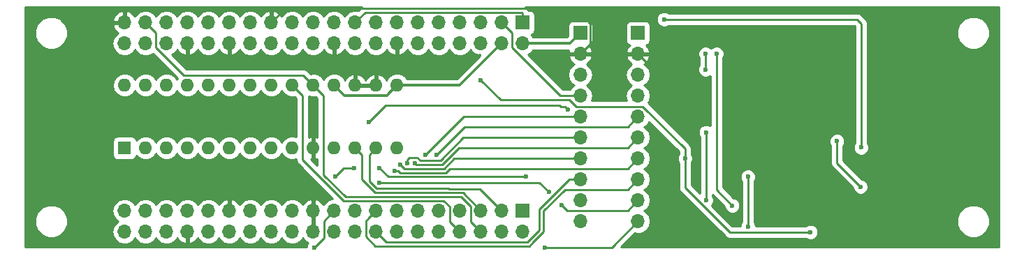
<source format=gbr>
G04 #@! TF.GenerationSoftware,KiCad,Pcbnew,5.0.2-5.fc29*
G04 #@! TF.CreationDate,2019-06-12T15:27:29+02:00*
G04 #@! TF.ProjectId,zynthian_zynaptik,7a796e74-6869-4616-9e5f-7a796e617074,1.0*
G04 #@! TF.SameCoordinates,Original*
G04 #@! TF.FileFunction,Copper,L2,Bot*
G04 #@! TF.FilePolarity,Positive*
%FSLAX46Y46*%
G04 Gerber Fmt 4.6, Leading zero omitted, Abs format (unit mm)*
G04 Created by KiCad (PCBNEW 5.0.2-5.fc29) date mié 12 jun 2019 15:27:29 CEST*
%MOMM*%
%LPD*%
G01*
G04 APERTURE LIST*
G04 #@! TA.AperFunction,ComponentPad*
%ADD10R,1.600000X1.600000*%
G04 #@! TD*
G04 #@! TA.AperFunction,ComponentPad*
%ADD11O,1.600000X1.600000*%
G04 #@! TD*
G04 #@! TA.AperFunction,ComponentPad*
%ADD12R,1.700000X1.700000*%
G04 #@! TD*
G04 #@! TA.AperFunction,ComponentPad*
%ADD13O,1.700000X1.700000*%
G04 #@! TD*
G04 #@! TA.AperFunction,ViaPad*
%ADD14C,0.600000*%
G04 #@! TD*
G04 #@! TA.AperFunction,Conductor*
%ADD15C,0.250000*%
G04 #@! TD*
G04 #@! TA.AperFunction,Conductor*
%ADD16C,0.350000*%
G04 #@! TD*
G04 #@! TA.AperFunction,Conductor*
%ADD17C,0.254000*%
G04 #@! TD*
G04 APERTURE END LIST*
D10*
G04 #@! TO.P,MCP23017,1*
G04 #@! TO.N,/GPB0*
X70485000Y-118745000D03*
D11*
G04 #@! TO.P,MCP23017,15*
G04 #@! TO.N,+5V*
X103505000Y-111125000D03*
G04 #@! TO.P,MCP23017,2*
G04 #@! TO.N,/GPB1*
X73025000Y-118745000D03*
G04 #@! TO.P,MCP23017,16*
G04 #@! TO.N,GND*
X100965000Y-111125000D03*
G04 #@! TO.P,MCP23017,3*
G04 #@! TO.N,/GPB2*
X75565000Y-118745000D03*
G04 #@! TO.P,MCP23017,17*
G04 #@! TO.N,GND*
X98425000Y-111125000D03*
G04 #@! TO.P,MCP23017,4*
G04 #@! TO.N,/GPB3*
X78105000Y-118745000D03*
G04 #@! TO.P,MCP23017,18*
G04 #@! TO.N,+5V*
X95885000Y-111125000D03*
G04 #@! TO.P,MCP23017,5*
G04 #@! TO.N,/GPB4*
X80645000Y-118745000D03*
G04 #@! TO.P,MCP23017,19*
G04 #@! TO.N,/INTB*
X93345000Y-111125000D03*
G04 #@! TO.P,MCP23017,6*
G04 #@! TO.N,/GPB5*
X83185000Y-118745000D03*
G04 #@! TO.P,MCP23017,20*
G04 #@! TO.N,/INTA*
X90805000Y-111125000D03*
G04 #@! TO.P,MCP23017,7*
G04 #@! TO.N,/GPB6*
X85725000Y-118745000D03*
G04 #@! TO.P,MCP23017,21*
G04 #@! TO.N,/GPA0*
X88265000Y-111125000D03*
G04 #@! TO.P,MCP23017,8*
G04 #@! TO.N,/GPB7*
X88265000Y-118745000D03*
G04 #@! TO.P,MCP23017,22*
G04 #@! TO.N,/GPA1*
X85725000Y-111125000D03*
G04 #@! TO.P,MCP23017,9*
G04 #@! TO.N,+5V*
X90805000Y-118745000D03*
G04 #@! TO.P,MCP23017,23*
G04 #@! TO.N,/GPA2*
X83185000Y-111125000D03*
G04 #@! TO.P,MCP23017,10*
G04 #@! TO.N,GND*
X93345000Y-118745000D03*
G04 #@! TO.P,MCP23017,24*
G04 #@! TO.N,/GPA3*
X80645000Y-111125000D03*
G04 #@! TO.P,MCP23017,11*
G04 #@! TO.N,N/C*
X95885000Y-118745000D03*
G04 #@! TO.P,MCP23017,25*
G04 #@! TO.N,/GPA4*
X78105000Y-111125000D03*
G04 #@! TO.P,MCP23017,12*
G04 #@! TO.N,/SCL*
X98425000Y-118745000D03*
G04 #@! TO.P,MCP23017,26*
G04 #@! TO.N,/GPA5*
X75565000Y-111125000D03*
G04 #@! TO.P,MCP23017,13*
G04 #@! TO.N,/SDA*
X100965000Y-118745000D03*
G04 #@! TO.P,MCP23017,27*
G04 #@! TO.N,/GPA6*
X73025000Y-111125000D03*
G04 #@! TO.P,MCP23017,14*
G04 #@! TO.N,N/C*
X103505000Y-118745000D03*
G04 #@! TO.P,MCP23017,28*
G04 #@! TO.N,/GPA7*
X70485000Y-111125000D03*
G04 #@! TD*
D12*
G04 #@! TO.P,MOD-1,1*
G04 #@! TO.N,+5V*
X125730000Y-104775000D03*
D13*
G04 #@! TO.P,MOD-1,2*
G04 #@! TO.N,GND*
X125730000Y-107315000D03*
G04 #@! TO.P,MOD-1,3*
G04 #@! TO.N,/SCL*
X125730000Y-109855000D03*
G04 #@! TO.P,MOD-1,4*
G04 #@! TO.N,/SDA*
X125730000Y-112395000D03*
G04 #@! TO.P,MOD-1,5*
G04 #@! TO.N,/AD-ADDR*
X125730000Y-114935000D03*
G04 #@! TO.P,MOD-1,6*
G04 #@! TO.N,/AD-READY*
X125730000Y-117475000D03*
G04 #@! TO.P,MOD-1,7*
G04 #@! TO.N,/AD-3*
X125730000Y-120015000D03*
G04 #@! TO.P,MOD-1,8*
G04 #@! TO.N,/AD-2*
X125730000Y-122555000D03*
G04 #@! TO.P,MOD-1,9*
G04 #@! TO.N,/AD-1*
X125730000Y-125095000D03*
G04 #@! TO.P,MOD-1,10*
G04 #@! TO.N,/AD-0*
X125730000Y-127635000D03*
G04 #@! TD*
G04 #@! TO.P,MOD-2,10*
G04 #@! TO.N,/DA-0*
X132715000Y-127635000D03*
G04 #@! TO.P,MOD-2,9*
G04 #@! TO.N,/DA-1*
X132715000Y-125095000D03*
G04 #@! TO.P,MOD-2,8*
G04 #@! TO.N,/DA-2*
X132715000Y-122555000D03*
G04 #@! TO.P,MOD-2,7*
G04 #@! TO.N,/DA-3*
X132715000Y-120015000D03*
G04 #@! TO.P,MOD-2,6*
G04 #@! TO.N,/DA-READY*
X132715000Y-117475000D03*
G04 #@! TO.P,MOD-2,5*
G04 #@! TO.N,/DA-LDAC*
X132715000Y-114935000D03*
G04 #@! TO.P,MOD-2,4*
G04 #@! TO.N,/SDA*
X132715000Y-112395000D03*
G04 #@! TO.P,MOD-2,3*
G04 #@! TO.N,/SCL*
X132715000Y-109855000D03*
G04 #@! TO.P,MOD-2,2*
G04 #@! TO.N,GND*
X132715000Y-107315000D03*
D12*
G04 #@! TO.P,MOD-2,1*
G04 #@! TO.N,+5V*
X132715000Y-104775000D03*
G04 #@! TD*
D13*
G04 #@! TO.P,RBPi-1,40*
G04 #@! TO.N,Net-(RBPi-1-Pad40)*
X70485000Y-106045000D03*
G04 #@! TO.P,RBPi-1,39*
G04 #@! TO.N,GND*
X70485000Y-103505000D03*
G04 #@! TO.P,RBPi-1,38*
G04 #@! TO.N,Net-(RBPi-1-Pad38)*
X73025000Y-106045000D03*
G04 #@! TO.P,RBPi-1,37*
G04 #@! TO.N,/INTB*
X73025000Y-103505000D03*
G04 #@! TO.P,RBPi-1,36*
G04 #@! TO.N,/INTA*
X75565000Y-106045000D03*
G04 #@! TO.P,RBPi-1,35*
G04 #@! TO.N,Net-(RBPi-1-Pad35)*
X75565000Y-103505000D03*
G04 #@! TO.P,RBPi-1,34*
G04 #@! TO.N,GND*
X78105000Y-106045000D03*
G04 #@! TO.P,RBPi-1,33*
G04 #@! TO.N,Net-(RBPi-1-Pad33)*
X78105000Y-103505000D03*
G04 #@! TO.P,RBPi-1,32*
G04 #@! TO.N,Net-(RBPi-1-Pad32)*
X80645000Y-106045000D03*
G04 #@! TO.P,RBPi-1,31*
G04 #@! TO.N,Net-(RBPi-1-Pad31)*
X80645000Y-103505000D03*
G04 #@! TO.P,RBPi-1,30*
G04 #@! TO.N,GND*
X83185000Y-106045000D03*
G04 #@! TO.P,RBPi-1,29*
G04 #@! TO.N,Net-(RBPi-1-Pad29)*
X83185000Y-103505000D03*
G04 #@! TO.P,RBPi-1,28*
G04 #@! TO.N,Net-(RBPi-1-Pad28)*
X85725000Y-106045000D03*
G04 #@! TO.P,RBPi-1,27*
G04 #@! TO.N,Net-(RBPi-1-Pad27)*
X85725000Y-103505000D03*
G04 #@! TO.P,RBPi-1,26*
G04 #@! TO.N,Net-(RBPi-1-Pad26)*
X88265000Y-106045000D03*
G04 #@! TO.P,RBPi-1,25*
G04 #@! TO.N,GND*
X88265000Y-103505000D03*
G04 #@! TO.P,RBPi-1,24*
G04 #@! TO.N,Net-(RBPi-1-Pad24)*
X90805000Y-106045000D03*
G04 #@! TO.P,RBPi-1,23*
G04 #@! TO.N,Net-(RBPi-1-Pad23)*
X90805000Y-103505000D03*
G04 #@! TO.P,RBPi-1,22*
G04 #@! TO.N,Net-(RBPi-1-Pad22)*
X93345000Y-106045000D03*
G04 #@! TO.P,RBPi-1,21*
G04 #@! TO.N,Net-(RBPi-1-Pad21)*
X93345000Y-103505000D03*
G04 #@! TO.P,RBPi-1,20*
G04 #@! TO.N,GND*
X95885000Y-106045000D03*
G04 #@! TO.P,RBPi-1,19*
G04 #@! TO.N,Net-(RBPi-1-Pad19)*
X95885000Y-103505000D03*
G04 #@! TO.P,RBPi-1,18*
G04 #@! TO.N,Net-(RBPi-1-Pad18)*
X98425000Y-106045000D03*
G04 #@! TO.P,RBPi-1,17*
G04 #@! TO.N,+3V3*
X98425000Y-103505000D03*
G04 #@! TO.P,RBPi-1,16*
G04 #@! TO.N,Net-(RBPi-1-Pad16)*
X100965000Y-106045000D03*
G04 #@! TO.P,RBPi-1,15*
G04 #@! TO.N,Net-(RBPi-1-Pad15)*
X100965000Y-103505000D03*
G04 #@! TO.P,RBPi-1,14*
G04 #@! TO.N,GND*
X103505000Y-106045000D03*
G04 #@! TO.P,RBPi-1,13*
G04 #@! TO.N,Net-(RBPi-1-Pad13)*
X103505000Y-103505000D03*
G04 #@! TO.P,RBPi-1,12*
G04 #@! TO.N,Net-(RBPi-1-Pad12)*
X106045000Y-106045000D03*
G04 #@! TO.P,RBPi-1,11*
G04 #@! TO.N,Net-(RBPi-1-Pad11)*
X106045000Y-103505000D03*
G04 #@! TO.P,RBPi-1,10*
G04 #@! TO.N,/MIDI-IN*
X108585000Y-106045000D03*
G04 #@! TO.P,RBPi-1,9*
G04 #@! TO.N,GND*
X108585000Y-103505000D03*
G04 #@! TO.P,RBPi-1,8*
G04 #@! TO.N,/MIDI-OUT*
X111125000Y-106045000D03*
G04 #@! TO.P,RBPi-1,7*
G04 #@! TO.N,Net-(RBPi-1-Pad7)*
X111125000Y-103505000D03*
G04 #@! TO.P,RBPi-1,6*
G04 #@! TO.N,GND*
X113665000Y-106045000D03*
G04 #@! TO.P,RBPi-1,5*
G04 #@! TO.N,/SCL*
X113665000Y-103505000D03*
G04 #@! TO.P,RBPi-1,4*
G04 #@! TO.N,+5V*
X116205000Y-106045000D03*
G04 #@! TO.P,RBPi-1,3*
G04 #@! TO.N,/SDA*
X116205000Y-103505000D03*
G04 #@! TO.P,RBPi-1,2*
G04 #@! TO.N,+5V*
X118745000Y-106045000D03*
D12*
G04 #@! TO.P,RBPi-1,1*
G04 #@! TO.N,+3V3*
X118745000Y-103505000D03*
G04 #@! TD*
G04 #@! TO.P,Zynaptik-1,1*
G04 #@! TO.N,+3V3*
X118745000Y-126365000D03*
D13*
G04 #@! TO.P,Zynaptik-1,2*
G04 #@! TO.N,+5V*
X118745000Y-128905000D03*
G04 #@! TO.P,Zynaptik-1,3*
G04 #@! TO.N,/SDA*
X116205000Y-126365000D03*
G04 #@! TO.P,Zynaptik-1,4*
G04 #@! TO.N,GND*
X116205000Y-128905000D03*
G04 #@! TO.P,Zynaptik-1,5*
G04 #@! TO.N,/SCL*
X113665000Y-126365000D03*
G04 #@! TO.P,Zynaptik-1,6*
G04 #@! TO.N,/INTB*
X113665000Y-128905000D03*
G04 #@! TO.P,Zynaptik-1,7*
G04 #@! TO.N,GND*
X111125000Y-126365000D03*
G04 #@! TO.P,Zynaptik-1,8*
G04 #@! TO.N,/INTA*
X111125000Y-128905000D03*
G04 #@! TO.P,Zynaptik-1,9*
G04 #@! TO.N,/DA-LDAC*
X108585000Y-126365000D03*
G04 #@! TO.P,Zynaptik-1,10*
G04 #@! TO.N,/AD-ADDR*
X108585000Y-128905000D03*
G04 #@! TO.P,Zynaptik-1,11*
G04 #@! TO.N,/DA-READY*
X106045000Y-126365000D03*
G04 #@! TO.P,Zynaptik-1,12*
G04 #@! TO.N,/AD-READY*
X106045000Y-128905000D03*
G04 #@! TO.P,Zynaptik-1,13*
G04 #@! TO.N,/DA-3*
X103505000Y-126365000D03*
G04 #@! TO.P,Zynaptik-1,14*
G04 #@! TO.N,/AD-3*
X103505000Y-128905000D03*
G04 #@! TO.P,Zynaptik-1,15*
G04 #@! TO.N,/DA-2*
X100965000Y-126365000D03*
G04 #@! TO.P,Zynaptik-1,16*
G04 #@! TO.N,/AD-2*
X100965000Y-128905000D03*
G04 #@! TO.P,Zynaptik-1,17*
G04 #@! TO.N,/DA-1*
X98425000Y-126365000D03*
G04 #@! TO.P,Zynaptik-1,18*
G04 #@! TO.N,/AD-1*
X98425000Y-128905000D03*
G04 #@! TO.P,Zynaptik-1,19*
G04 #@! TO.N,/DA-0*
X95885000Y-126365000D03*
G04 #@! TO.P,Zynaptik-1,20*
G04 #@! TO.N,/AD-0*
X95885000Y-128905000D03*
G04 #@! TO.P,Zynaptik-1,21*
G04 #@! TO.N,GND*
X93345000Y-126365000D03*
G04 #@! TO.P,Zynaptik-1,22*
X93345000Y-128905000D03*
G04 #@! TO.P,Zynaptik-1,23*
G04 #@! TO.N,/GPB7*
X90805000Y-126365000D03*
G04 #@! TO.P,Zynaptik-1,24*
G04 #@! TO.N,/GPA0*
X90805000Y-128905000D03*
G04 #@! TO.P,Zynaptik-1,25*
G04 #@! TO.N,/GPB6*
X88265000Y-126365000D03*
G04 #@! TO.P,Zynaptik-1,26*
G04 #@! TO.N,/GPA1*
X88265000Y-128905000D03*
G04 #@! TO.P,Zynaptik-1,27*
G04 #@! TO.N,/GPB5*
X85725000Y-126365000D03*
G04 #@! TO.P,Zynaptik-1,28*
G04 #@! TO.N,/GPA2*
X85725000Y-128905000D03*
G04 #@! TO.P,Zynaptik-1,29*
G04 #@! TO.N,GND*
X83185000Y-126365000D03*
G04 #@! TO.P,Zynaptik-1,30*
G04 #@! TO.N,/GPA3*
X83185000Y-128905000D03*
G04 #@! TO.P,Zynaptik-1,31*
G04 #@! TO.N,/GPB4*
X80645000Y-126365000D03*
G04 #@! TO.P,Zynaptik-1,32*
G04 #@! TO.N,/GPA4*
X80645000Y-128905000D03*
G04 #@! TO.P,Zynaptik-1,33*
G04 #@! TO.N,/GPB3*
X78105000Y-126365000D03*
G04 #@! TO.P,Zynaptik-1,34*
G04 #@! TO.N,GND*
X78105000Y-128905000D03*
G04 #@! TO.P,Zynaptik-1,35*
G04 #@! TO.N,/GPB2*
X75565000Y-126365000D03*
G04 #@! TO.P,Zynaptik-1,36*
G04 #@! TO.N,/GPA5*
X75565000Y-128905000D03*
G04 #@! TO.P,Zynaptik-1,37*
G04 #@! TO.N,/GPB1*
X73025000Y-126365000D03*
G04 #@! TO.P,Zynaptik-1,38*
G04 #@! TO.N,/GPA6*
X73025000Y-128905000D03*
G04 #@! TO.P,Zynaptik-1,39*
G04 #@! TO.N,/GPB0*
X70485000Y-126365000D03*
G04 #@! TO.P,Zynaptik-1,40*
G04 #@! TO.N,/GPA7*
X70485000Y-128905000D03*
G04 #@! TD*
D14*
G04 #@! TO.N,GND*
X135636000Y-112268000D03*
G04 #@! TO.N,Net-(D1-Pad2)*
X140970000Y-125095000D03*
X140970000Y-116840000D03*
X140913951Y-109212549D03*
X140916047Y-107305453D03*
G04 #@! TO.N,Net-(D1-Pad1)*
X146050000Y-128270000D03*
X146050000Y-122237500D03*
G04 #@! TO.N,/AD-ADDR*
X106985310Y-119558031D03*
G04 #@! TO.N,/AD-READY*
X104756309Y-120558051D03*
G04 #@! TO.N,/AD-3*
X103898224Y-120723628D03*
G04 #@! TO.N,/AD-1*
X124206000Y-114046000D03*
X100076000Y-115570000D03*
G04 #@! TO.N,/AD-0*
X119126000Y-122233081D03*
X101346000Y-121158000D03*
X98298000Y-121158000D03*
X96012000Y-122174000D03*
G04 #@! TO.N,/DA-0*
X121412000Y-130810000D03*
X93472000Y-130810000D03*
G04 #@! TO.N,/DA-1*
X101346000Y-122936000D03*
X121905006Y-124057478D03*
X123497979Y-125650450D03*
G04 #@! TO.N,/DA-3*
X103263573Y-121558071D03*
G04 #@! TO.N,/DA-READY*
X105643586Y-120558051D03*
G04 #@! TO.N,/DA-LDAC*
X108311012Y-119558031D03*
G04 #@! TO.N,/MIDI-THRU*
X113665000Y-110490000D03*
X138430000Y-120015000D03*
X153629999Y-128945001D03*
G04 #@! TO.N,/MIDI-OUT*
X135890000Y-103124000D03*
X159766000Y-118681500D03*
G04 #@! TO.N,Net-(MIDI-1-Pad3)*
X144145000Y-125730000D03*
X142240000Y-107315000D03*
G04 #@! TO.N,Net-(R6-Pad2)*
X156845000Y-117919500D03*
X159702500Y-123444000D03*
G04 #@! TD*
D15*
G04 #@! TO.N,GND*
X126955001Y-106089999D02*
X126579999Y-106465001D01*
X126955001Y-103624999D02*
X126955001Y-106089999D01*
X125109991Y-101779989D02*
X126955001Y-103624999D01*
X89990011Y-101779989D02*
X125109991Y-101779989D01*
X126579999Y-106465001D02*
X125730000Y-107315000D01*
X88265000Y-103505000D02*
X89990011Y-101779989D01*
D16*
X132715000Y-107315000D02*
X135636000Y-110236000D01*
X135636000Y-110236000D02*
X135636000Y-112268000D01*
G04 #@! TO.N,+5V*
X124460000Y-106045000D02*
X125730000Y-104775000D01*
X118745000Y-106045000D02*
X124460000Y-106045000D01*
X96684999Y-111924999D02*
X95885000Y-111125000D01*
X97110001Y-112350001D02*
X96684999Y-111924999D01*
X102279999Y-112350001D02*
X97110001Y-112350001D01*
X103505000Y-111125000D02*
X102279999Y-112350001D01*
X116205000Y-106045000D02*
X111125000Y-111125000D01*
X111125000Y-111125000D02*
X103505000Y-111125000D01*
D15*
G04 #@! TO.N,Net-(D1-Pad2)*
X140970000Y-125095000D02*
X140970000Y-116840000D01*
X140913951Y-109212549D02*
X140913951Y-107307549D01*
X140913951Y-107307549D02*
X140916047Y-107305453D01*
G04 #@! TO.N,Net-(D1-Pad1)*
X146050000Y-128270000D02*
X146050000Y-122237500D01*
G04 #@! TO.N,/INTB*
X92545001Y-110325001D02*
X93345000Y-111125000D01*
X92169999Y-109949999D02*
X92545001Y-110325001D01*
X77656997Y-109949999D02*
X92169999Y-109949999D01*
X74250001Y-104730001D02*
X74250001Y-106543003D01*
X74250001Y-106543003D02*
X77656997Y-109949999D01*
X73025000Y-103505000D02*
X74250001Y-104730001D01*
X94615000Y-121992122D02*
X97262867Y-124639989D01*
X94615000Y-112395000D02*
X94615000Y-121992122D01*
X112439999Y-125866997D02*
X112439999Y-127679999D01*
X93345000Y-111125000D02*
X94615000Y-112395000D01*
X109407555Y-124682041D02*
X111255043Y-124682041D01*
X112815001Y-128055001D02*
X113665000Y-128905000D01*
X112439999Y-127679999D02*
X112815001Y-128055001D01*
X111255043Y-124682041D02*
X112439999Y-125866997D01*
X97262867Y-124639989D02*
X109365501Y-124639989D01*
X109365501Y-124639989D02*
X109407555Y-124682041D01*
G04 #@! TO.N,/INTA*
X109899999Y-125866997D02*
X109899999Y-127679999D01*
X109173002Y-125140000D02*
X109899999Y-125866997D01*
X97055756Y-125140000D02*
X109173002Y-125140000D01*
X92075000Y-120159244D02*
X97055756Y-125140000D01*
X90805000Y-111125000D02*
X92075000Y-112395000D01*
X110275001Y-128055001D02*
X111125000Y-128905000D01*
X92075000Y-112395000D02*
X92075000Y-120159244D01*
X109899999Y-127679999D02*
X110275001Y-128055001D01*
G04 #@! TO.N,/SCL*
X100814886Y-124111012D02*
X99224999Y-122521125D01*
X99224999Y-122521125D02*
X99224999Y-119544999D01*
X109543647Y-124111013D02*
X100814886Y-124111012D01*
X111482031Y-124182031D02*
X109614665Y-124182031D01*
X109614665Y-124182031D02*
X109543647Y-124111013D01*
X113665000Y-126365000D02*
X111482031Y-124182031D01*
X99224999Y-119544999D02*
X98425000Y-118745000D01*
G04 #@! TO.N,/SDA*
X100165001Y-122754005D02*
X100165001Y-119544999D01*
X113522021Y-123682021D02*
X109821777Y-123682021D01*
X100165001Y-119544999D02*
X100965000Y-118745000D01*
X109750758Y-123611002D02*
X101021998Y-123611002D01*
X116205000Y-126365000D02*
X113522021Y-123682021D01*
X101021998Y-123611002D02*
X100165001Y-122754005D01*
X109821777Y-123682021D02*
X109750758Y-123611002D01*
X117430001Y-104730001D02*
X117430001Y-106543003D01*
X116205000Y-103505000D02*
X117430001Y-104730001D01*
X117430001Y-106543003D02*
X123281998Y-112395000D01*
X123281998Y-112395000D02*
X125730000Y-112395000D01*
G04 #@! TO.N,/AD-ADDR*
X111608341Y-114935000D02*
X106985310Y-119558031D01*
X125730000Y-114935000D02*
X111608341Y-114935000D01*
G04 #@! TO.N,/AD-READY*
X105007047Y-119883049D02*
X104756309Y-120133787D01*
X106317578Y-120233039D02*
X105967588Y-119883049D01*
X105967588Y-119883049D02*
X105007047Y-119883049D01*
X111543634Y-117475000D02*
X108785594Y-120233039D01*
X104756309Y-120133787D02*
X104756309Y-120558051D01*
X108785594Y-120233039D02*
X106317578Y-120233039D01*
X125730000Y-117475000D02*
X111543634Y-117475000D01*
G04 #@! TO.N,/AD-3*
X104407657Y-121233061D02*
X103898224Y-120723628D01*
X109199815Y-121233061D02*
X104407657Y-121233061D01*
X110417878Y-120015000D02*
X109199815Y-121233061D01*
X125730000Y-120015000D02*
X110417878Y-120015000D01*
G04 #@! TO.N,/AD-2*
X120784989Y-128678013D02*
X119333001Y-130130001D01*
X102190001Y-130130001D02*
X101814999Y-129754999D01*
X120784989Y-126157889D02*
X120784989Y-128678013D01*
X101814999Y-129754999D02*
X100965000Y-128905000D01*
X124387878Y-122555000D02*
X120784989Y-126157889D01*
X125730000Y-122555000D02*
X124387878Y-122555000D01*
X119333001Y-130130001D02*
X102190001Y-130130001D01*
G04 #@! TO.N,/AD-1*
X102108000Y-113538000D02*
X100076000Y-115570000D01*
X123190000Y-113538000D02*
X102108000Y-113538000D01*
X123398001Y-113746001D02*
X123190000Y-113538000D01*
X123906001Y-113746001D02*
X123398001Y-113746001D01*
X124206000Y-114046000D02*
X123906001Y-113746001D01*
G04 #@! TO.N,/AD-0*
X119126000Y-122233081D02*
X102421081Y-122233081D01*
X102421081Y-122233081D02*
X101346000Y-121158000D01*
X98298000Y-121158000D02*
X97028000Y-121158000D01*
X97028000Y-121158000D02*
X96012000Y-122174000D01*
G04 #@! TO.N,/DA-0*
X132715000Y-127635000D02*
X129540000Y-130810000D01*
X129540000Y-130810000D02*
X121412000Y-130810000D01*
X94659999Y-129622001D02*
X93472000Y-130810000D01*
X94659999Y-127590001D02*
X94659999Y-129622001D01*
X95885000Y-126365000D02*
X94659999Y-127590001D01*
G04 #@! TO.N,/DA-1*
X124167530Y-126320001D02*
X123497979Y-125650450D01*
X131489999Y-126320001D02*
X124167530Y-126320001D01*
X132715000Y-125095000D02*
X131489999Y-126320001D01*
X120783528Y-122936000D02*
X101346000Y-122936000D01*
X121905006Y-124057478D02*
X120783528Y-122936000D01*
G04 #@! TO.N,/DA-2*
X132715000Y-122555000D02*
X131489999Y-123780001D01*
X131489999Y-123780001D02*
X123869999Y-123780001D01*
X123869999Y-123780001D02*
X121285000Y-126365000D01*
X121285000Y-126365000D02*
X121285000Y-128905000D01*
X121285000Y-128905000D02*
X120015000Y-130175000D01*
X100115001Y-127214999D02*
X100965000Y-126365000D01*
X99739999Y-127590001D02*
X100115001Y-127214999D01*
X99739999Y-129493001D02*
X99739999Y-127590001D01*
X119540111Y-130630011D02*
X100877009Y-130630011D01*
X100877009Y-130630011D02*
X99739999Y-129493001D01*
X119995122Y-130175000D02*
X119540111Y-130630011D01*
X120015000Y-130175000D02*
X119995122Y-130175000D01*
G04 #@! TO.N,/DA-3*
X109899997Y-121240001D02*
X109406928Y-121733070D01*
X132715000Y-120015000D02*
X131489999Y-121240001D01*
X103862836Y-121733070D02*
X103687837Y-121558071D01*
X131489999Y-121240001D02*
X109899997Y-121240001D01*
X109406928Y-121733070D02*
X103862836Y-121733070D01*
X103687837Y-121558071D02*
X103263573Y-121558071D01*
G04 #@! TO.N,/DA-READY*
X132715000Y-117475000D02*
X131489999Y-118700001D01*
X105818585Y-120733050D02*
X105643586Y-120558051D01*
X131489999Y-118700001D02*
X111025755Y-118700001D01*
X108992705Y-120733050D02*
X105818585Y-120733050D01*
X111025755Y-118700001D02*
X108992705Y-120733050D01*
G04 #@! TO.N,/DA-LDAC*
X132715000Y-114935000D02*
X131489999Y-116160001D01*
X111709042Y-116160001D02*
X108311012Y-119558031D01*
X131489999Y-116160001D02*
X111709042Y-116160001D01*
G04 #@! TO.N,/MIDI-THRU*
X124417008Y-112895010D02*
X125231997Y-113709999D01*
X116070010Y-112895010D02*
X124417008Y-112895010D01*
X125231997Y-113709999D02*
X133303001Y-113709999D01*
X133303001Y-113709999D02*
X138430000Y-118836998D01*
X113665000Y-110490000D02*
X116070010Y-112895010D01*
X138430000Y-118836998D02*
X138430000Y-120015000D01*
X143820999Y-128945001D02*
X153629999Y-128945001D01*
X138430000Y-120015000D02*
X138430000Y-123554002D01*
X138430000Y-123554002D02*
X143820999Y-128945001D01*
G04 #@! TO.N,/MIDI-OUT*
X135890000Y-103124000D02*
X159258000Y-103124000D01*
X159258000Y-103124000D02*
X159766000Y-103632000D01*
X159766000Y-103632000D02*
X159766000Y-111125000D01*
X159766000Y-111125000D02*
X159766000Y-118681500D01*
G04 #@! TO.N,+3V3*
X118745000Y-102405000D02*
X118745000Y-103505000D01*
X118619999Y-102279999D02*
X118745000Y-102405000D01*
X99650001Y-102279999D02*
X118619999Y-102279999D01*
X98425000Y-103505000D02*
X99650001Y-102279999D01*
G04 #@! TO.N,Net-(MIDI-1-Pad3)*
X142240000Y-123825000D02*
X142240000Y-107315000D01*
X144145000Y-125730000D02*
X142240000Y-123825000D01*
G04 #@! TO.N,Net-(R6-Pad2)*
X156845000Y-117919500D02*
X156845000Y-120586500D01*
X156845000Y-120586500D02*
X159702500Y-123444000D01*
G04 #@! TD*
D17*
G04 #@! TO.N,GND*
G36*
X176480001Y-130760000D02*
X130664801Y-130760000D01*
X132348592Y-129076209D01*
X132568744Y-129120000D01*
X132861256Y-129120000D01*
X133294418Y-129033839D01*
X133785625Y-128705625D01*
X134113839Y-128214418D01*
X134229092Y-127635000D01*
X134113839Y-127055582D01*
X133785625Y-126564375D01*
X133487239Y-126365000D01*
X133785625Y-126165625D01*
X134113839Y-125674418D01*
X134229092Y-125095000D01*
X134113839Y-124515582D01*
X133785625Y-124024375D01*
X133487239Y-123825000D01*
X133785625Y-123625625D01*
X134113839Y-123134418D01*
X134229092Y-122555000D01*
X134113839Y-121975582D01*
X133785625Y-121484375D01*
X133487239Y-121285000D01*
X133785625Y-121085625D01*
X134113839Y-120594418D01*
X134229092Y-120015000D01*
X134113839Y-119435582D01*
X133785625Y-118944375D01*
X133487239Y-118745000D01*
X133785625Y-118545625D01*
X134113839Y-118054418D01*
X134229092Y-117475000D01*
X134113839Y-116895582D01*
X133785625Y-116404375D01*
X133487239Y-116205000D01*
X133785625Y-116005625D01*
X134081307Y-115563106D01*
X137670000Y-119151800D01*
X137670001Y-119452709D01*
X137637345Y-119485365D01*
X137495000Y-119829017D01*
X137495000Y-120200983D01*
X137637345Y-120544635D01*
X137670000Y-120577290D01*
X137670001Y-123479150D01*
X137655112Y-123554002D01*
X137714097Y-123850539D01*
X137836902Y-124034329D01*
X137882072Y-124101931D01*
X137945528Y-124144331D01*
X143230670Y-129429474D01*
X143273070Y-129492930D01*
X143524462Y-129660905D01*
X143746147Y-129705001D01*
X143746152Y-129705001D01*
X143820999Y-129719889D01*
X143895846Y-129705001D01*
X153067709Y-129705001D01*
X153100364Y-129737656D01*
X153444016Y-129880001D01*
X153815982Y-129880001D01*
X154159634Y-129737656D01*
X154422654Y-129474636D01*
X154564999Y-129130984D01*
X154564999Y-128759018D01*
X154422654Y-128415366D01*
X154159634Y-128152346D01*
X153815982Y-128010001D01*
X153444016Y-128010001D01*
X153100364Y-128152346D01*
X153067709Y-128185001D01*
X146985000Y-128185001D01*
X146985000Y-128084017D01*
X146842655Y-127740365D01*
X146810000Y-127707710D01*
X146810000Y-127240159D01*
X171370000Y-127240159D01*
X171370000Y-128029841D01*
X171672199Y-128759412D01*
X172230588Y-129317801D01*
X172960159Y-129620000D01*
X173749841Y-129620000D01*
X174479412Y-129317801D01*
X175037801Y-128759412D01*
X175340000Y-128029841D01*
X175340000Y-127240159D01*
X175037801Y-126510588D01*
X174479412Y-125952199D01*
X173749841Y-125650000D01*
X172960159Y-125650000D01*
X172230588Y-125952199D01*
X171672199Y-126510588D01*
X171370000Y-127240159D01*
X146810000Y-127240159D01*
X146810000Y-122799790D01*
X146842655Y-122767135D01*
X146985000Y-122423483D01*
X146985000Y-122051517D01*
X146842655Y-121707865D01*
X146579635Y-121444845D01*
X146235983Y-121302500D01*
X145864017Y-121302500D01*
X145520365Y-121444845D01*
X145257345Y-121707865D01*
X145115000Y-122051517D01*
X145115000Y-122423483D01*
X145257345Y-122767135D01*
X145290001Y-122799791D01*
X145290000Y-127707710D01*
X145257345Y-127740365D01*
X145115000Y-128084017D01*
X145115000Y-128185001D01*
X144135801Y-128185001D01*
X141669045Y-125718245D01*
X141762655Y-125624635D01*
X141905000Y-125280983D01*
X141905000Y-124909017D01*
X141762655Y-124565365D01*
X141730000Y-124532710D01*
X141730000Y-124398272D01*
X141755530Y-124415331D01*
X143210000Y-125869802D01*
X143210000Y-125915983D01*
X143352345Y-126259635D01*
X143615365Y-126522655D01*
X143959017Y-126665000D01*
X144330983Y-126665000D01*
X144674635Y-126522655D01*
X144937655Y-126259635D01*
X145080000Y-125915983D01*
X145080000Y-125544017D01*
X144937655Y-125200365D01*
X144674635Y-124937345D01*
X144330983Y-124795000D01*
X144284802Y-124795000D01*
X143000000Y-123510199D01*
X143000000Y-117733517D01*
X155910000Y-117733517D01*
X155910000Y-118105483D01*
X156052345Y-118449135D01*
X156085000Y-118481790D01*
X156085001Y-120511648D01*
X156070112Y-120586500D01*
X156085001Y-120661352D01*
X156097486Y-120724116D01*
X156129097Y-120883037D01*
X156227019Y-121029587D01*
X156297072Y-121134429D01*
X156360528Y-121176829D01*
X158767500Y-123583802D01*
X158767500Y-123629983D01*
X158909845Y-123973635D01*
X159172865Y-124236655D01*
X159516517Y-124379000D01*
X159888483Y-124379000D01*
X160232135Y-124236655D01*
X160495155Y-123973635D01*
X160637500Y-123629983D01*
X160637500Y-123258017D01*
X160495155Y-122914365D01*
X160232135Y-122651345D01*
X159888483Y-122509000D01*
X159842302Y-122509000D01*
X157605000Y-120271699D01*
X157605000Y-118481790D01*
X157637655Y-118449135D01*
X157780000Y-118105483D01*
X157780000Y-117733517D01*
X157637655Y-117389865D01*
X157374635Y-117126845D01*
X157030983Y-116984500D01*
X156659017Y-116984500D01*
X156315365Y-117126845D01*
X156052345Y-117389865D01*
X155910000Y-117733517D01*
X143000000Y-117733517D01*
X143000000Y-107877290D01*
X143032655Y-107844635D01*
X143175000Y-107500983D01*
X143175000Y-107129017D01*
X143032655Y-106785365D01*
X142769635Y-106522345D01*
X142425983Y-106380000D01*
X142054017Y-106380000D01*
X141710365Y-106522345D01*
X141582797Y-106649913D01*
X141445682Y-106512798D01*
X141102030Y-106370453D01*
X140730064Y-106370453D01*
X140386412Y-106512798D01*
X140123392Y-106775818D01*
X139981047Y-107119470D01*
X139981047Y-107491436D01*
X140123392Y-107835088D01*
X140153952Y-107865648D01*
X140153951Y-108650259D01*
X140121296Y-108682914D01*
X139978951Y-109026566D01*
X139978951Y-109398532D01*
X140121296Y-109742184D01*
X140384316Y-110005204D01*
X140727968Y-110147549D01*
X141099934Y-110147549D01*
X141443586Y-110005204D01*
X141480001Y-109968789D01*
X141480000Y-116039212D01*
X141155983Y-115905000D01*
X140784017Y-115905000D01*
X140440365Y-116047345D01*
X140177345Y-116310365D01*
X140035000Y-116654017D01*
X140035000Y-117025983D01*
X140177345Y-117369635D01*
X140210001Y-117402291D01*
X140210000Y-124259201D01*
X139190000Y-123239201D01*
X139190000Y-120577290D01*
X139222655Y-120544635D01*
X139365000Y-120200983D01*
X139365000Y-119829017D01*
X139222655Y-119485365D01*
X139190000Y-119452710D01*
X139190000Y-118911846D01*
X139204888Y-118836998D01*
X139190000Y-118762150D01*
X139190000Y-118762146D01*
X139145904Y-118540461D01*
X138977929Y-118289069D01*
X138914473Y-118246669D01*
X133924935Y-113257132D01*
X134113839Y-112974418D01*
X134229092Y-112395000D01*
X134113839Y-111815582D01*
X133785625Y-111324375D01*
X133487239Y-111125000D01*
X133785625Y-110925625D01*
X134113839Y-110434418D01*
X134229092Y-109855000D01*
X134113839Y-109275582D01*
X133785625Y-108784375D01*
X133466522Y-108571157D01*
X133596358Y-108510183D01*
X133986645Y-108081924D01*
X134156476Y-107671890D01*
X134035155Y-107442000D01*
X132842000Y-107442000D01*
X132842000Y-107462000D01*
X132588000Y-107462000D01*
X132588000Y-107442000D01*
X131394845Y-107442000D01*
X131273524Y-107671890D01*
X131443355Y-108081924D01*
X131833642Y-108510183D01*
X131963478Y-108571157D01*
X131644375Y-108784375D01*
X131316161Y-109275582D01*
X131200908Y-109855000D01*
X131316161Y-110434418D01*
X131644375Y-110925625D01*
X131942761Y-111125000D01*
X131644375Y-111324375D01*
X131316161Y-111815582D01*
X131200908Y-112395000D01*
X131311304Y-112949999D01*
X127133696Y-112949999D01*
X127244092Y-112395000D01*
X127128839Y-111815582D01*
X126800625Y-111324375D01*
X126502239Y-111125000D01*
X126800625Y-110925625D01*
X127128839Y-110434418D01*
X127244092Y-109855000D01*
X127128839Y-109275582D01*
X126800625Y-108784375D01*
X126481522Y-108571157D01*
X126611358Y-108510183D01*
X127001645Y-108081924D01*
X127171476Y-107671890D01*
X127050155Y-107442000D01*
X125857000Y-107442000D01*
X125857000Y-107462000D01*
X125603000Y-107462000D01*
X125603000Y-107442000D01*
X124409845Y-107442000D01*
X124288524Y-107671890D01*
X124458355Y-108081924D01*
X124848642Y-108510183D01*
X124978478Y-108571157D01*
X124659375Y-108784375D01*
X124331161Y-109275582D01*
X124215908Y-109855000D01*
X124331161Y-110434418D01*
X124659375Y-110925625D01*
X124957761Y-111125000D01*
X124659375Y-111324375D01*
X124451822Y-111635000D01*
X123596800Y-111635000D01*
X119373106Y-107411307D01*
X119815625Y-107115625D01*
X119989769Y-106855000D01*
X124331231Y-106855000D01*
X124288524Y-106958110D01*
X124409845Y-107188000D01*
X125603000Y-107188000D01*
X125603000Y-107168000D01*
X125857000Y-107168000D01*
X125857000Y-107188000D01*
X127050155Y-107188000D01*
X127171476Y-106958110D01*
X127001645Y-106548076D01*
X126724292Y-106243739D01*
X126827765Y-106223157D01*
X127037809Y-106082809D01*
X127178157Y-105872765D01*
X127227440Y-105625000D01*
X127227440Y-103925000D01*
X131217560Y-103925000D01*
X131217560Y-105625000D01*
X131266843Y-105872765D01*
X131407191Y-106082809D01*
X131617235Y-106223157D01*
X131720708Y-106243739D01*
X131443355Y-106548076D01*
X131273524Y-106958110D01*
X131394845Y-107188000D01*
X132588000Y-107188000D01*
X132588000Y-107168000D01*
X132842000Y-107168000D01*
X132842000Y-107188000D01*
X134035155Y-107188000D01*
X134156476Y-106958110D01*
X133986645Y-106548076D01*
X133709292Y-106243739D01*
X133812765Y-106223157D01*
X134022809Y-106082809D01*
X134163157Y-105872765D01*
X134212440Y-105625000D01*
X134212440Y-103925000D01*
X134163157Y-103677235D01*
X134022809Y-103467191D01*
X133812765Y-103326843D01*
X133565000Y-103277560D01*
X131865000Y-103277560D01*
X131617235Y-103326843D01*
X131407191Y-103467191D01*
X131266843Y-103677235D01*
X131217560Y-103925000D01*
X127227440Y-103925000D01*
X127178157Y-103677235D01*
X127037809Y-103467191D01*
X126827765Y-103326843D01*
X126580000Y-103277560D01*
X124880000Y-103277560D01*
X124632235Y-103326843D01*
X124422191Y-103467191D01*
X124281843Y-103677235D01*
X124232560Y-103925000D01*
X124232560Y-105126928D01*
X124124488Y-105235000D01*
X119989769Y-105235000D01*
X119815625Y-104974375D01*
X119797381Y-104962184D01*
X119842765Y-104953157D01*
X120052809Y-104812809D01*
X120193157Y-104602765D01*
X120242440Y-104355000D01*
X120242440Y-102938017D01*
X134955000Y-102938017D01*
X134955000Y-103309983D01*
X135097345Y-103653635D01*
X135360365Y-103916655D01*
X135704017Y-104059000D01*
X136075983Y-104059000D01*
X136419635Y-103916655D01*
X136452290Y-103884000D01*
X158943198Y-103884000D01*
X159006000Y-103946802D01*
X159006001Y-111050144D01*
X159006000Y-111050149D01*
X159006001Y-118119209D01*
X158973345Y-118151865D01*
X158831000Y-118495517D01*
X158831000Y-118867483D01*
X158973345Y-119211135D01*
X159236365Y-119474155D01*
X159580017Y-119616500D01*
X159951983Y-119616500D01*
X160295635Y-119474155D01*
X160558655Y-119211135D01*
X160701000Y-118867483D01*
X160701000Y-118495517D01*
X160558655Y-118151865D01*
X160526000Y-118119210D01*
X160526000Y-104380159D01*
X171370000Y-104380159D01*
X171370000Y-105169841D01*
X171672199Y-105899412D01*
X172230588Y-106457801D01*
X172960159Y-106760000D01*
X173749841Y-106760000D01*
X174479412Y-106457801D01*
X175037801Y-105899412D01*
X175340000Y-105169841D01*
X175340000Y-104380159D01*
X175037801Y-103650588D01*
X174479412Y-103092199D01*
X173749841Y-102790000D01*
X172960159Y-102790000D01*
X172230588Y-103092199D01*
X171672199Y-103650588D01*
X171370000Y-104380159D01*
X160526000Y-104380159D01*
X160526000Y-103706846D01*
X160540888Y-103631999D01*
X160526000Y-103557152D01*
X160526000Y-103557148D01*
X160481904Y-103335463D01*
X160440102Y-103272902D01*
X160356329Y-103147526D01*
X160356327Y-103147524D01*
X160313929Y-103084071D01*
X160250475Y-103041673D01*
X159848330Y-102639529D01*
X159805929Y-102576071D01*
X159554537Y-102408096D01*
X159332852Y-102364000D01*
X159332847Y-102364000D01*
X159258000Y-102349112D01*
X159183153Y-102364000D01*
X136452290Y-102364000D01*
X136419635Y-102331345D01*
X136075983Y-102189000D01*
X135704017Y-102189000D01*
X135360365Y-102331345D01*
X135097345Y-102594365D01*
X134955000Y-102938017D01*
X120242440Y-102938017D01*
X120242440Y-102655000D01*
X120193157Y-102407235D01*
X120052809Y-102197191D01*
X119842765Y-102056843D01*
X119595000Y-102007560D01*
X119393483Y-102007560D01*
X119292929Y-101857071D01*
X119229470Y-101814669D01*
X119210330Y-101795529D01*
X119167928Y-101732070D01*
X119045102Y-101650000D01*
X176480000Y-101650000D01*
X176480001Y-130760000D01*
X176480001Y-130760000D01*
G37*
X176480001Y-130760000D02*
X130664801Y-130760000D01*
X132348592Y-129076209D01*
X132568744Y-129120000D01*
X132861256Y-129120000D01*
X133294418Y-129033839D01*
X133785625Y-128705625D01*
X134113839Y-128214418D01*
X134229092Y-127635000D01*
X134113839Y-127055582D01*
X133785625Y-126564375D01*
X133487239Y-126365000D01*
X133785625Y-126165625D01*
X134113839Y-125674418D01*
X134229092Y-125095000D01*
X134113839Y-124515582D01*
X133785625Y-124024375D01*
X133487239Y-123825000D01*
X133785625Y-123625625D01*
X134113839Y-123134418D01*
X134229092Y-122555000D01*
X134113839Y-121975582D01*
X133785625Y-121484375D01*
X133487239Y-121285000D01*
X133785625Y-121085625D01*
X134113839Y-120594418D01*
X134229092Y-120015000D01*
X134113839Y-119435582D01*
X133785625Y-118944375D01*
X133487239Y-118745000D01*
X133785625Y-118545625D01*
X134113839Y-118054418D01*
X134229092Y-117475000D01*
X134113839Y-116895582D01*
X133785625Y-116404375D01*
X133487239Y-116205000D01*
X133785625Y-116005625D01*
X134081307Y-115563106D01*
X137670000Y-119151800D01*
X137670001Y-119452709D01*
X137637345Y-119485365D01*
X137495000Y-119829017D01*
X137495000Y-120200983D01*
X137637345Y-120544635D01*
X137670000Y-120577290D01*
X137670001Y-123479150D01*
X137655112Y-123554002D01*
X137714097Y-123850539D01*
X137836902Y-124034329D01*
X137882072Y-124101931D01*
X137945528Y-124144331D01*
X143230670Y-129429474D01*
X143273070Y-129492930D01*
X143524462Y-129660905D01*
X143746147Y-129705001D01*
X143746152Y-129705001D01*
X143820999Y-129719889D01*
X143895846Y-129705001D01*
X153067709Y-129705001D01*
X153100364Y-129737656D01*
X153444016Y-129880001D01*
X153815982Y-129880001D01*
X154159634Y-129737656D01*
X154422654Y-129474636D01*
X154564999Y-129130984D01*
X154564999Y-128759018D01*
X154422654Y-128415366D01*
X154159634Y-128152346D01*
X153815982Y-128010001D01*
X153444016Y-128010001D01*
X153100364Y-128152346D01*
X153067709Y-128185001D01*
X146985000Y-128185001D01*
X146985000Y-128084017D01*
X146842655Y-127740365D01*
X146810000Y-127707710D01*
X146810000Y-127240159D01*
X171370000Y-127240159D01*
X171370000Y-128029841D01*
X171672199Y-128759412D01*
X172230588Y-129317801D01*
X172960159Y-129620000D01*
X173749841Y-129620000D01*
X174479412Y-129317801D01*
X175037801Y-128759412D01*
X175340000Y-128029841D01*
X175340000Y-127240159D01*
X175037801Y-126510588D01*
X174479412Y-125952199D01*
X173749841Y-125650000D01*
X172960159Y-125650000D01*
X172230588Y-125952199D01*
X171672199Y-126510588D01*
X171370000Y-127240159D01*
X146810000Y-127240159D01*
X146810000Y-122799790D01*
X146842655Y-122767135D01*
X146985000Y-122423483D01*
X146985000Y-122051517D01*
X146842655Y-121707865D01*
X146579635Y-121444845D01*
X146235983Y-121302500D01*
X145864017Y-121302500D01*
X145520365Y-121444845D01*
X145257345Y-121707865D01*
X145115000Y-122051517D01*
X145115000Y-122423483D01*
X145257345Y-122767135D01*
X145290001Y-122799791D01*
X145290000Y-127707710D01*
X145257345Y-127740365D01*
X145115000Y-128084017D01*
X145115000Y-128185001D01*
X144135801Y-128185001D01*
X141669045Y-125718245D01*
X141762655Y-125624635D01*
X141905000Y-125280983D01*
X141905000Y-124909017D01*
X141762655Y-124565365D01*
X141730000Y-124532710D01*
X141730000Y-124398272D01*
X141755530Y-124415331D01*
X143210000Y-125869802D01*
X143210000Y-125915983D01*
X143352345Y-126259635D01*
X143615365Y-126522655D01*
X143959017Y-126665000D01*
X144330983Y-126665000D01*
X144674635Y-126522655D01*
X144937655Y-126259635D01*
X145080000Y-125915983D01*
X145080000Y-125544017D01*
X144937655Y-125200365D01*
X144674635Y-124937345D01*
X144330983Y-124795000D01*
X144284802Y-124795000D01*
X143000000Y-123510199D01*
X143000000Y-117733517D01*
X155910000Y-117733517D01*
X155910000Y-118105483D01*
X156052345Y-118449135D01*
X156085000Y-118481790D01*
X156085001Y-120511648D01*
X156070112Y-120586500D01*
X156085001Y-120661352D01*
X156097486Y-120724116D01*
X156129097Y-120883037D01*
X156227019Y-121029587D01*
X156297072Y-121134429D01*
X156360528Y-121176829D01*
X158767500Y-123583802D01*
X158767500Y-123629983D01*
X158909845Y-123973635D01*
X159172865Y-124236655D01*
X159516517Y-124379000D01*
X159888483Y-124379000D01*
X160232135Y-124236655D01*
X160495155Y-123973635D01*
X160637500Y-123629983D01*
X160637500Y-123258017D01*
X160495155Y-122914365D01*
X160232135Y-122651345D01*
X159888483Y-122509000D01*
X159842302Y-122509000D01*
X157605000Y-120271699D01*
X157605000Y-118481790D01*
X157637655Y-118449135D01*
X157780000Y-118105483D01*
X157780000Y-117733517D01*
X157637655Y-117389865D01*
X157374635Y-117126845D01*
X157030983Y-116984500D01*
X156659017Y-116984500D01*
X156315365Y-117126845D01*
X156052345Y-117389865D01*
X155910000Y-117733517D01*
X143000000Y-117733517D01*
X143000000Y-107877290D01*
X143032655Y-107844635D01*
X143175000Y-107500983D01*
X143175000Y-107129017D01*
X143032655Y-106785365D01*
X142769635Y-106522345D01*
X142425983Y-106380000D01*
X142054017Y-106380000D01*
X141710365Y-106522345D01*
X141582797Y-106649913D01*
X141445682Y-106512798D01*
X141102030Y-106370453D01*
X140730064Y-106370453D01*
X140386412Y-106512798D01*
X140123392Y-106775818D01*
X139981047Y-107119470D01*
X139981047Y-107491436D01*
X140123392Y-107835088D01*
X140153952Y-107865648D01*
X140153951Y-108650259D01*
X140121296Y-108682914D01*
X139978951Y-109026566D01*
X139978951Y-109398532D01*
X140121296Y-109742184D01*
X140384316Y-110005204D01*
X140727968Y-110147549D01*
X141099934Y-110147549D01*
X141443586Y-110005204D01*
X141480001Y-109968789D01*
X141480000Y-116039212D01*
X141155983Y-115905000D01*
X140784017Y-115905000D01*
X140440365Y-116047345D01*
X140177345Y-116310365D01*
X140035000Y-116654017D01*
X140035000Y-117025983D01*
X140177345Y-117369635D01*
X140210001Y-117402291D01*
X140210000Y-124259201D01*
X139190000Y-123239201D01*
X139190000Y-120577290D01*
X139222655Y-120544635D01*
X139365000Y-120200983D01*
X139365000Y-119829017D01*
X139222655Y-119485365D01*
X139190000Y-119452710D01*
X139190000Y-118911846D01*
X139204888Y-118836998D01*
X139190000Y-118762150D01*
X139190000Y-118762146D01*
X139145904Y-118540461D01*
X138977929Y-118289069D01*
X138914473Y-118246669D01*
X133924935Y-113257132D01*
X134113839Y-112974418D01*
X134229092Y-112395000D01*
X134113839Y-111815582D01*
X133785625Y-111324375D01*
X133487239Y-111125000D01*
X133785625Y-110925625D01*
X134113839Y-110434418D01*
X134229092Y-109855000D01*
X134113839Y-109275582D01*
X133785625Y-108784375D01*
X133466522Y-108571157D01*
X133596358Y-108510183D01*
X133986645Y-108081924D01*
X134156476Y-107671890D01*
X134035155Y-107442000D01*
X132842000Y-107442000D01*
X132842000Y-107462000D01*
X132588000Y-107462000D01*
X132588000Y-107442000D01*
X131394845Y-107442000D01*
X131273524Y-107671890D01*
X131443355Y-108081924D01*
X131833642Y-108510183D01*
X131963478Y-108571157D01*
X131644375Y-108784375D01*
X131316161Y-109275582D01*
X131200908Y-109855000D01*
X131316161Y-110434418D01*
X131644375Y-110925625D01*
X131942761Y-111125000D01*
X131644375Y-111324375D01*
X131316161Y-111815582D01*
X131200908Y-112395000D01*
X131311304Y-112949999D01*
X127133696Y-112949999D01*
X127244092Y-112395000D01*
X127128839Y-111815582D01*
X126800625Y-111324375D01*
X126502239Y-111125000D01*
X126800625Y-110925625D01*
X127128839Y-110434418D01*
X127244092Y-109855000D01*
X127128839Y-109275582D01*
X126800625Y-108784375D01*
X126481522Y-108571157D01*
X126611358Y-108510183D01*
X127001645Y-108081924D01*
X127171476Y-107671890D01*
X127050155Y-107442000D01*
X125857000Y-107442000D01*
X125857000Y-107462000D01*
X125603000Y-107462000D01*
X125603000Y-107442000D01*
X124409845Y-107442000D01*
X124288524Y-107671890D01*
X124458355Y-108081924D01*
X124848642Y-108510183D01*
X124978478Y-108571157D01*
X124659375Y-108784375D01*
X124331161Y-109275582D01*
X124215908Y-109855000D01*
X124331161Y-110434418D01*
X124659375Y-110925625D01*
X124957761Y-111125000D01*
X124659375Y-111324375D01*
X124451822Y-111635000D01*
X123596800Y-111635000D01*
X119373106Y-107411307D01*
X119815625Y-107115625D01*
X119989769Y-106855000D01*
X124331231Y-106855000D01*
X124288524Y-106958110D01*
X124409845Y-107188000D01*
X125603000Y-107188000D01*
X125603000Y-107168000D01*
X125857000Y-107168000D01*
X125857000Y-107188000D01*
X127050155Y-107188000D01*
X127171476Y-106958110D01*
X127001645Y-106548076D01*
X126724292Y-106243739D01*
X126827765Y-106223157D01*
X127037809Y-106082809D01*
X127178157Y-105872765D01*
X127227440Y-105625000D01*
X127227440Y-103925000D01*
X131217560Y-103925000D01*
X131217560Y-105625000D01*
X131266843Y-105872765D01*
X131407191Y-106082809D01*
X131617235Y-106223157D01*
X131720708Y-106243739D01*
X131443355Y-106548076D01*
X131273524Y-106958110D01*
X131394845Y-107188000D01*
X132588000Y-107188000D01*
X132588000Y-107168000D01*
X132842000Y-107168000D01*
X132842000Y-107188000D01*
X134035155Y-107188000D01*
X134156476Y-106958110D01*
X133986645Y-106548076D01*
X133709292Y-106243739D01*
X133812765Y-106223157D01*
X134022809Y-106082809D01*
X134163157Y-105872765D01*
X134212440Y-105625000D01*
X134212440Y-103925000D01*
X134163157Y-103677235D01*
X134022809Y-103467191D01*
X133812765Y-103326843D01*
X133565000Y-103277560D01*
X131865000Y-103277560D01*
X131617235Y-103326843D01*
X131407191Y-103467191D01*
X131266843Y-103677235D01*
X131217560Y-103925000D01*
X127227440Y-103925000D01*
X127178157Y-103677235D01*
X127037809Y-103467191D01*
X126827765Y-103326843D01*
X126580000Y-103277560D01*
X124880000Y-103277560D01*
X124632235Y-103326843D01*
X124422191Y-103467191D01*
X124281843Y-103677235D01*
X124232560Y-103925000D01*
X124232560Y-105126928D01*
X124124488Y-105235000D01*
X119989769Y-105235000D01*
X119815625Y-104974375D01*
X119797381Y-104962184D01*
X119842765Y-104953157D01*
X120052809Y-104812809D01*
X120193157Y-104602765D01*
X120242440Y-104355000D01*
X120242440Y-102938017D01*
X134955000Y-102938017D01*
X134955000Y-103309983D01*
X135097345Y-103653635D01*
X135360365Y-103916655D01*
X135704017Y-104059000D01*
X136075983Y-104059000D01*
X136419635Y-103916655D01*
X136452290Y-103884000D01*
X158943198Y-103884000D01*
X159006000Y-103946802D01*
X159006001Y-111050144D01*
X159006000Y-111050149D01*
X159006001Y-118119209D01*
X158973345Y-118151865D01*
X158831000Y-118495517D01*
X158831000Y-118867483D01*
X158973345Y-119211135D01*
X159236365Y-119474155D01*
X159580017Y-119616500D01*
X159951983Y-119616500D01*
X160295635Y-119474155D01*
X160558655Y-119211135D01*
X160701000Y-118867483D01*
X160701000Y-118495517D01*
X160558655Y-118151865D01*
X160526000Y-118119210D01*
X160526000Y-104380159D01*
X171370000Y-104380159D01*
X171370000Y-105169841D01*
X171672199Y-105899412D01*
X172230588Y-106457801D01*
X172960159Y-106760000D01*
X173749841Y-106760000D01*
X174479412Y-106457801D01*
X175037801Y-105899412D01*
X175340000Y-105169841D01*
X175340000Y-104380159D01*
X175037801Y-103650588D01*
X174479412Y-103092199D01*
X173749841Y-102790000D01*
X172960159Y-102790000D01*
X172230588Y-103092199D01*
X171672199Y-103650588D01*
X171370000Y-104380159D01*
X160526000Y-104380159D01*
X160526000Y-103706846D01*
X160540888Y-103631999D01*
X160526000Y-103557152D01*
X160526000Y-103557148D01*
X160481904Y-103335463D01*
X160440102Y-103272902D01*
X160356329Y-103147526D01*
X160356327Y-103147524D01*
X160313929Y-103084071D01*
X160250475Y-103041673D01*
X159848330Y-102639529D01*
X159805929Y-102576071D01*
X159554537Y-102408096D01*
X159332852Y-102364000D01*
X159332847Y-102364000D01*
X159258000Y-102349112D01*
X159183153Y-102364000D01*
X136452290Y-102364000D01*
X136419635Y-102331345D01*
X136075983Y-102189000D01*
X135704017Y-102189000D01*
X135360365Y-102331345D01*
X135097345Y-102594365D01*
X134955000Y-102938017D01*
X120242440Y-102938017D01*
X120242440Y-102655000D01*
X120193157Y-102407235D01*
X120052809Y-102197191D01*
X119842765Y-102056843D01*
X119595000Y-102007560D01*
X119393483Y-102007560D01*
X119292929Y-101857071D01*
X119229470Y-101814669D01*
X119210330Y-101795529D01*
X119167928Y-101732070D01*
X119045102Y-101650000D01*
X176480000Y-101650000D01*
X176480001Y-130760000D01*
G36*
X99102072Y-101732070D02*
X99059672Y-101795526D01*
X98791408Y-102063791D01*
X98571256Y-102020000D01*
X98278744Y-102020000D01*
X97845582Y-102106161D01*
X97354375Y-102434375D01*
X97155000Y-102732761D01*
X96955625Y-102434375D01*
X96464418Y-102106161D01*
X96031256Y-102020000D01*
X95738744Y-102020000D01*
X95305582Y-102106161D01*
X94814375Y-102434375D01*
X94615000Y-102732761D01*
X94415625Y-102434375D01*
X93924418Y-102106161D01*
X93491256Y-102020000D01*
X93198744Y-102020000D01*
X92765582Y-102106161D01*
X92274375Y-102434375D01*
X92075000Y-102732761D01*
X91875625Y-102434375D01*
X91384418Y-102106161D01*
X90951256Y-102020000D01*
X90658744Y-102020000D01*
X90225582Y-102106161D01*
X89734375Y-102434375D01*
X89521157Y-102753478D01*
X89460183Y-102623642D01*
X89031924Y-102233355D01*
X88621890Y-102063524D01*
X88392000Y-102184845D01*
X88392000Y-103378000D01*
X88412000Y-103378000D01*
X88412000Y-103632000D01*
X88392000Y-103632000D01*
X88392000Y-103652000D01*
X88138000Y-103652000D01*
X88138000Y-103632000D01*
X88118000Y-103632000D01*
X88118000Y-103378000D01*
X88138000Y-103378000D01*
X88138000Y-102184845D01*
X87908110Y-102063524D01*
X87498076Y-102233355D01*
X87069817Y-102623642D01*
X87008843Y-102753478D01*
X86795625Y-102434375D01*
X86304418Y-102106161D01*
X85871256Y-102020000D01*
X85578744Y-102020000D01*
X85145582Y-102106161D01*
X84654375Y-102434375D01*
X84455000Y-102732761D01*
X84255625Y-102434375D01*
X83764418Y-102106161D01*
X83331256Y-102020000D01*
X83038744Y-102020000D01*
X82605582Y-102106161D01*
X82114375Y-102434375D01*
X81915000Y-102732761D01*
X81715625Y-102434375D01*
X81224418Y-102106161D01*
X80791256Y-102020000D01*
X80498744Y-102020000D01*
X80065582Y-102106161D01*
X79574375Y-102434375D01*
X79375000Y-102732761D01*
X79175625Y-102434375D01*
X78684418Y-102106161D01*
X78251256Y-102020000D01*
X77958744Y-102020000D01*
X77525582Y-102106161D01*
X77034375Y-102434375D01*
X76835000Y-102732761D01*
X76635625Y-102434375D01*
X76144418Y-102106161D01*
X75711256Y-102020000D01*
X75418744Y-102020000D01*
X74985582Y-102106161D01*
X74494375Y-102434375D01*
X74295000Y-102732761D01*
X74095625Y-102434375D01*
X73604418Y-102106161D01*
X73171256Y-102020000D01*
X72878744Y-102020000D01*
X72445582Y-102106161D01*
X71954375Y-102434375D01*
X71741157Y-102753478D01*
X71680183Y-102623642D01*
X71251924Y-102233355D01*
X70841890Y-102063524D01*
X70612000Y-102184845D01*
X70612000Y-103378000D01*
X70632000Y-103378000D01*
X70632000Y-103632000D01*
X70612000Y-103632000D01*
X70612000Y-103652000D01*
X70358000Y-103652000D01*
X70358000Y-103632000D01*
X69164181Y-103632000D01*
X69043514Y-103861892D01*
X69289817Y-104386358D01*
X69714786Y-104773647D01*
X69414375Y-104974375D01*
X69086161Y-105465582D01*
X68970908Y-106045000D01*
X69086161Y-106624418D01*
X69414375Y-107115625D01*
X69905582Y-107443839D01*
X70338744Y-107530000D01*
X70631256Y-107530000D01*
X71064418Y-107443839D01*
X71555625Y-107115625D01*
X71755000Y-106817239D01*
X71954375Y-107115625D01*
X72445582Y-107443839D01*
X72878744Y-107530000D01*
X73171256Y-107530000D01*
X73604418Y-107443839D01*
X73887132Y-107254935D01*
X76931112Y-110298916D01*
X76835000Y-110442758D01*
X76599577Y-110090423D01*
X76124909Y-109773260D01*
X75706333Y-109690000D01*
X75423667Y-109690000D01*
X75005091Y-109773260D01*
X74530423Y-110090423D01*
X74295000Y-110442758D01*
X74059577Y-110090423D01*
X73584909Y-109773260D01*
X73166333Y-109690000D01*
X72883667Y-109690000D01*
X72465091Y-109773260D01*
X71990423Y-110090423D01*
X71755000Y-110442758D01*
X71519577Y-110090423D01*
X71044909Y-109773260D01*
X70626333Y-109690000D01*
X70343667Y-109690000D01*
X69925091Y-109773260D01*
X69450423Y-110090423D01*
X69133260Y-110565091D01*
X69021887Y-111125000D01*
X69133260Y-111684909D01*
X69450423Y-112159577D01*
X69925091Y-112476740D01*
X70343667Y-112560000D01*
X70626333Y-112560000D01*
X71044909Y-112476740D01*
X71519577Y-112159577D01*
X71755000Y-111807242D01*
X71990423Y-112159577D01*
X72465091Y-112476740D01*
X72883667Y-112560000D01*
X73166333Y-112560000D01*
X73584909Y-112476740D01*
X74059577Y-112159577D01*
X74295000Y-111807242D01*
X74530423Y-112159577D01*
X75005091Y-112476740D01*
X75423667Y-112560000D01*
X75706333Y-112560000D01*
X76124909Y-112476740D01*
X76599577Y-112159577D01*
X76835000Y-111807242D01*
X77070423Y-112159577D01*
X77545091Y-112476740D01*
X77963667Y-112560000D01*
X78246333Y-112560000D01*
X78664909Y-112476740D01*
X79139577Y-112159577D01*
X79375000Y-111807242D01*
X79610423Y-112159577D01*
X80085091Y-112476740D01*
X80503667Y-112560000D01*
X80786333Y-112560000D01*
X81204909Y-112476740D01*
X81679577Y-112159577D01*
X81915000Y-111807242D01*
X82150423Y-112159577D01*
X82625091Y-112476740D01*
X83043667Y-112560000D01*
X83326333Y-112560000D01*
X83744909Y-112476740D01*
X84219577Y-112159577D01*
X84455000Y-111807242D01*
X84690423Y-112159577D01*
X85165091Y-112476740D01*
X85583667Y-112560000D01*
X85866333Y-112560000D01*
X86284909Y-112476740D01*
X86759577Y-112159577D01*
X86995000Y-111807242D01*
X87230423Y-112159577D01*
X87705091Y-112476740D01*
X88123667Y-112560000D01*
X88406333Y-112560000D01*
X88824909Y-112476740D01*
X89299577Y-112159577D01*
X89535000Y-111807242D01*
X89770423Y-112159577D01*
X90245091Y-112476740D01*
X90663667Y-112560000D01*
X90946333Y-112560000D01*
X91128886Y-112523688D01*
X91315000Y-112709802D01*
X91315001Y-117383333D01*
X90946333Y-117310000D01*
X90663667Y-117310000D01*
X90245091Y-117393260D01*
X89770423Y-117710423D01*
X89535000Y-118062758D01*
X89299577Y-117710423D01*
X88824909Y-117393260D01*
X88406333Y-117310000D01*
X88123667Y-117310000D01*
X87705091Y-117393260D01*
X87230423Y-117710423D01*
X86995000Y-118062758D01*
X86759577Y-117710423D01*
X86284909Y-117393260D01*
X85866333Y-117310000D01*
X85583667Y-117310000D01*
X85165091Y-117393260D01*
X84690423Y-117710423D01*
X84455000Y-118062758D01*
X84219577Y-117710423D01*
X83744909Y-117393260D01*
X83326333Y-117310000D01*
X83043667Y-117310000D01*
X82625091Y-117393260D01*
X82150423Y-117710423D01*
X81915000Y-118062758D01*
X81679577Y-117710423D01*
X81204909Y-117393260D01*
X80786333Y-117310000D01*
X80503667Y-117310000D01*
X80085091Y-117393260D01*
X79610423Y-117710423D01*
X79375000Y-118062758D01*
X79139577Y-117710423D01*
X78664909Y-117393260D01*
X78246333Y-117310000D01*
X77963667Y-117310000D01*
X77545091Y-117393260D01*
X77070423Y-117710423D01*
X76835000Y-118062758D01*
X76599577Y-117710423D01*
X76124909Y-117393260D01*
X75706333Y-117310000D01*
X75423667Y-117310000D01*
X75005091Y-117393260D01*
X74530423Y-117710423D01*
X74295000Y-118062758D01*
X74059577Y-117710423D01*
X73584909Y-117393260D01*
X73166333Y-117310000D01*
X72883667Y-117310000D01*
X72465091Y-117393260D01*
X71990423Y-117710423D01*
X71909785Y-117831106D01*
X71883157Y-117697235D01*
X71742809Y-117487191D01*
X71532765Y-117346843D01*
X71285000Y-117297560D01*
X69685000Y-117297560D01*
X69437235Y-117346843D01*
X69227191Y-117487191D01*
X69086843Y-117697235D01*
X69037560Y-117945000D01*
X69037560Y-119545000D01*
X69086843Y-119792765D01*
X69227191Y-120002809D01*
X69437235Y-120143157D01*
X69685000Y-120192440D01*
X71285000Y-120192440D01*
X71532765Y-120143157D01*
X71742809Y-120002809D01*
X71883157Y-119792765D01*
X71909785Y-119658894D01*
X71990423Y-119779577D01*
X72465091Y-120096740D01*
X72883667Y-120180000D01*
X73166333Y-120180000D01*
X73584909Y-120096740D01*
X74059577Y-119779577D01*
X74295000Y-119427242D01*
X74530423Y-119779577D01*
X75005091Y-120096740D01*
X75423667Y-120180000D01*
X75706333Y-120180000D01*
X76124909Y-120096740D01*
X76599577Y-119779577D01*
X76835000Y-119427242D01*
X77070423Y-119779577D01*
X77545091Y-120096740D01*
X77963667Y-120180000D01*
X78246333Y-120180000D01*
X78664909Y-120096740D01*
X79139577Y-119779577D01*
X79375000Y-119427242D01*
X79610423Y-119779577D01*
X80085091Y-120096740D01*
X80503667Y-120180000D01*
X80786333Y-120180000D01*
X81204909Y-120096740D01*
X81679577Y-119779577D01*
X81915000Y-119427242D01*
X82150423Y-119779577D01*
X82625091Y-120096740D01*
X83043667Y-120180000D01*
X83326333Y-120180000D01*
X83744909Y-120096740D01*
X84219577Y-119779577D01*
X84455000Y-119427242D01*
X84690423Y-119779577D01*
X85165091Y-120096740D01*
X85583667Y-120180000D01*
X85866333Y-120180000D01*
X86284909Y-120096740D01*
X86759577Y-119779577D01*
X86995000Y-119427242D01*
X87230423Y-119779577D01*
X87705091Y-120096740D01*
X88123667Y-120180000D01*
X88406333Y-120180000D01*
X88824909Y-120096740D01*
X89299577Y-119779577D01*
X89535000Y-119427242D01*
X89770423Y-119779577D01*
X90245091Y-120096740D01*
X90663667Y-120180000D01*
X90946333Y-120180000D01*
X91310388Y-120107585D01*
X91300112Y-120159244D01*
X91359097Y-120455781D01*
X91484226Y-120643049D01*
X91527072Y-120707173D01*
X91590528Y-120749573D01*
X95723906Y-124882952D01*
X95305582Y-124966161D01*
X94814375Y-125294375D01*
X94601157Y-125613478D01*
X94540183Y-125483642D01*
X94111924Y-125093355D01*
X93701890Y-124923524D01*
X93472000Y-125044845D01*
X93472000Y-126238000D01*
X93492000Y-126238000D01*
X93492000Y-126492000D01*
X93472000Y-126492000D01*
X93472000Y-128778000D01*
X93492000Y-128778000D01*
X93492000Y-129032000D01*
X93472000Y-129032000D01*
X93472000Y-129052000D01*
X93218000Y-129052000D01*
X93218000Y-129032000D01*
X93198000Y-129032000D01*
X93198000Y-128778000D01*
X93218000Y-128778000D01*
X93218000Y-126492000D01*
X93198000Y-126492000D01*
X93198000Y-126238000D01*
X93218000Y-126238000D01*
X93218000Y-125044845D01*
X92988110Y-124923524D01*
X92578076Y-125093355D01*
X92149817Y-125483642D01*
X92088843Y-125613478D01*
X91875625Y-125294375D01*
X91384418Y-124966161D01*
X90951256Y-124880000D01*
X90658744Y-124880000D01*
X90225582Y-124966161D01*
X89734375Y-125294375D01*
X89535000Y-125592761D01*
X89335625Y-125294375D01*
X88844418Y-124966161D01*
X88411256Y-124880000D01*
X88118744Y-124880000D01*
X87685582Y-124966161D01*
X87194375Y-125294375D01*
X86995000Y-125592761D01*
X86795625Y-125294375D01*
X86304418Y-124966161D01*
X85871256Y-124880000D01*
X85578744Y-124880000D01*
X85145582Y-124966161D01*
X84654375Y-125294375D01*
X84441157Y-125613478D01*
X84380183Y-125483642D01*
X83951924Y-125093355D01*
X83541890Y-124923524D01*
X83312000Y-125044845D01*
X83312000Y-126238000D01*
X83332000Y-126238000D01*
X83332000Y-126492000D01*
X83312000Y-126492000D01*
X83312000Y-126512000D01*
X83058000Y-126512000D01*
X83058000Y-126492000D01*
X83038000Y-126492000D01*
X83038000Y-126238000D01*
X83058000Y-126238000D01*
X83058000Y-125044845D01*
X82828110Y-124923524D01*
X82418076Y-125093355D01*
X81989817Y-125483642D01*
X81928843Y-125613478D01*
X81715625Y-125294375D01*
X81224418Y-124966161D01*
X80791256Y-124880000D01*
X80498744Y-124880000D01*
X80065582Y-124966161D01*
X79574375Y-125294375D01*
X79375000Y-125592761D01*
X79175625Y-125294375D01*
X78684418Y-124966161D01*
X78251256Y-124880000D01*
X77958744Y-124880000D01*
X77525582Y-124966161D01*
X77034375Y-125294375D01*
X76835000Y-125592761D01*
X76635625Y-125294375D01*
X76144418Y-124966161D01*
X75711256Y-124880000D01*
X75418744Y-124880000D01*
X74985582Y-124966161D01*
X74494375Y-125294375D01*
X74295000Y-125592761D01*
X74095625Y-125294375D01*
X73604418Y-124966161D01*
X73171256Y-124880000D01*
X72878744Y-124880000D01*
X72445582Y-124966161D01*
X71954375Y-125294375D01*
X71755000Y-125592761D01*
X71555625Y-125294375D01*
X71064418Y-124966161D01*
X70631256Y-124880000D01*
X70338744Y-124880000D01*
X69905582Y-124966161D01*
X69414375Y-125294375D01*
X69086161Y-125785582D01*
X68970908Y-126365000D01*
X69086161Y-126944418D01*
X69414375Y-127435625D01*
X69712761Y-127635000D01*
X69414375Y-127834375D01*
X69086161Y-128325582D01*
X68970908Y-128905000D01*
X69086161Y-129484418D01*
X69414375Y-129975625D01*
X69905582Y-130303839D01*
X70338744Y-130390000D01*
X70631256Y-130390000D01*
X71064418Y-130303839D01*
X71555625Y-129975625D01*
X71755000Y-129677239D01*
X71954375Y-129975625D01*
X72445582Y-130303839D01*
X72878744Y-130390000D01*
X73171256Y-130390000D01*
X73604418Y-130303839D01*
X74095625Y-129975625D01*
X74295000Y-129677239D01*
X74494375Y-129975625D01*
X74985582Y-130303839D01*
X75418744Y-130390000D01*
X75711256Y-130390000D01*
X76144418Y-130303839D01*
X76635625Y-129975625D01*
X76848843Y-129656522D01*
X76909817Y-129786358D01*
X77338076Y-130176645D01*
X77748110Y-130346476D01*
X77978000Y-130225155D01*
X77978000Y-129032000D01*
X77958000Y-129032000D01*
X77958000Y-128778000D01*
X77978000Y-128778000D01*
X77978000Y-128758000D01*
X78232000Y-128758000D01*
X78232000Y-128778000D01*
X78252000Y-128778000D01*
X78252000Y-129032000D01*
X78232000Y-129032000D01*
X78232000Y-130225155D01*
X78461890Y-130346476D01*
X78871924Y-130176645D01*
X79300183Y-129786358D01*
X79361157Y-129656522D01*
X79574375Y-129975625D01*
X80065582Y-130303839D01*
X80498744Y-130390000D01*
X80791256Y-130390000D01*
X81224418Y-130303839D01*
X81715625Y-129975625D01*
X81915000Y-129677239D01*
X82114375Y-129975625D01*
X82605582Y-130303839D01*
X83038744Y-130390000D01*
X83331256Y-130390000D01*
X83764418Y-130303839D01*
X84255625Y-129975625D01*
X84455000Y-129677239D01*
X84654375Y-129975625D01*
X85145582Y-130303839D01*
X85578744Y-130390000D01*
X85871256Y-130390000D01*
X86304418Y-130303839D01*
X86795625Y-129975625D01*
X86995000Y-129677239D01*
X87194375Y-129975625D01*
X87685582Y-130303839D01*
X88118744Y-130390000D01*
X88411256Y-130390000D01*
X88844418Y-130303839D01*
X89335625Y-129975625D01*
X89535000Y-129677239D01*
X89734375Y-129975625D01*
X90225582Y-130303839D01*
X90658744Y-130390000D01*
X90951256Y-130390000D01*
X91384418Y-130303839D01*
X91875625Y-129975625D01*
X92088843Y-129656522D01*
X92149817Y-129786358D01*
X92578076Y-130176645D01*
X92723028Y-130236682D01*
X92679345Y-130280365D01*
X92537000Y-130624017D01*
X92537000Y-130760000D01*
X58470000Y-130760000D01*
X58470000Y-127240159D01*
X59610000Y-127240159D01*
X59610000Y-128029841D01*
X59912199Y-128759412D01*
X60470588Y-129317801D01*
X61200159Y-129620000D01*
X61989841Y-129620000D01*
X62719412Y-129317801D01*
X63277801Y-128759412D01*
X63580000Y-128029841D01*
X63580000Y-127240159D01*
X63277801Y-126510588D01*
X62719412Y-125952199D01*
X61989841Y-125650000D01*
X61200159Y-125650000D01*
X60470588Y-125952199D01*
X59912199Y-126510588D01*
X59610000Y-127240159D01*
X58470000Y-127240159D01*
X58470000Y-104380159D01*
X59610000Y-104380159D01*
X59610000Y-105169841D01*
X59912199Y-105899412D01*
X60470588Y-106457801D01*
X61200159Y-106760000D01*
X61989841Y-106760000D01*
X62719412Y-106457801D01*
X63277801Y-105899412D01*
X63580000Y-105169841D01*
X63580000Y-104380159D01*
X63277801Y-103650588D01*
X62775321Y-103148108D01*
X69043514Y-103148108D01*
X69164181Y-103378000D01*
X70358000Y-103378000D01*
X70358000Y-102184845D01*
X70128110Y-102063524D01*
X69718076Y-102233355D01*
X69289817Y-102623642D01*
X69043514Y-103148108D01*
X62775321Y-103148108D01*
X62719412Y-103092199D01*
X61989841Y-102790000D01*
X61200159Y-102790000D01*
X60470588Y-103092199D01*
X59912199Y-103650588D01*
X59610000Y-104380159D01*
X58470000Y-104380159D01*
X58470000Y-101650000D01*
X99224898Y-101650000D01*
X99102072Y-101732070D01*
X99102072Y-101732070D01*
G37*
X99102072Y-101732070D02*
X99059672Y-101795526D01*
X98791408Y-102063791D01*
X98571256Y-102020000D01*
X98278744Y-102020000D01*
X97845582Y-102106161D01*
X97354375Y-102434375D01*
X97155000Y-102732761D01*
X96955625Y-102434375D01*
X96464418Y-102106161D01*
X96031256Y-102020000D01*
X95738744Y-102020000D01*
X95305582Y-102106161D01*
X94814375Y-102434375D01*
X94615000Y-102732761D01*
X94415625Y-102434375D01*
X93924418Y-102106161D01*
X93491256Y-102020000D01*
X93198744Y-102020000D01*
X92765582Y-102106161D01*
X92274375Y-102434375D01*
X92075000Y-102732761D01*
X91875625Y-102434375D01*
X91384418Y-102106161D01*
X90951256Y-102020000D01*
X90658744Y-102020000D01*
X90225582Y-102106161D01*
X89734375Y-102434375D01*
X89521157Y-102753478D01*
X89460183Y-102623642D01*
X89031924Y-102233355D01*
X88621890Y-102063524D01*
X88392000Y-102184845D01*
X88392000Y-103378000D01*
X88412000Y-103378000D01*
X88412000Y-103632000D01*
X88392000Y-103632000D01*
X88392000Y-103652000D01*
X88138000Y-103652000D01*
X88138000Y-103632000D01*
X88118000Y-103632000D01*
X88118000Y-103378000D01*
X88138000Y-103378000D01*
X88138000Y-102184845D01*
X87908110Y-102063524D01*
X87498076Y-102233355D01*
X87069817Y-102623642D01*
X87008843Y-102753478D01*
X86795625Y-102434375D01*
X86304418Y-102106161D01*
X85871256Y-102020000D01*
X85578744Y-102020000D01*
X85145582Y-102106161D01*
X84654375Y-102434375D01*
X84455000Y-102732761D01*
X84255625Y-102434375D01*
X83764418Y-102106161D01*
X83331256Y-102020000D01*
X83038744Y-102020000D01*
X82605582Y-102106161D01*
X82114375Y-102434375D01*
X81915000Y-102732761D01*
X81715625Y-102434375D01*
X81224418Y-102106161D01*
X80791256Y-102020000D01*
X80498744Y-102020000D01*
X80065582Y-102106161D01*
X79574375Y-102434375D01*
X79375000Y-102732761D01*
X79175625Y-102434375D01*
X78684418Y-102106161D01*
X78251256Y-102020000D01*
X77958744Y-102020000D01*
X77525582Y-102106161D01*
X77034375Y-102434375D01*
X76835000Y-102732761D01*
X76635625Y-102434375D01*
X76144418Y-102106161D01*
X75711256Y-102020000D01*
X75418744Y-102020000D01*
X74985582Y-102106161D01*
X74494375Y-102434375D01*
X74295000Y-102732761D01*
X74095625Y-102434375D01*
X73604418Y-102106161D01*
X73171256Y-102020000D01*
X72878744Y-102020000D01*
X72445582Y-102106161D01*
X71954375Y-102434375D01*
X71741157Y-102753478D01*
X71680183Y-102623642D01*
X71251924Y-102233355D01*
X70841890Y-102063524D01*
X70612000Y-102184845D01*
X70612000Y-103378000D01*
X70632000Y-103378000D01*
X70632000Y-103632000D01*
X70612000Y-103632000D01*
X70612000Y-103652000D01*
X70358000Y-103652000D01*
X70358000Y-103632000D01*
X69164181Y-103632000D01*
X69043514Y-103861892D01*
X69289817Y-104386358D01*
X69714786Y-104773647D01*
X69414375Y-104974375D01*
X69086161Y-105465582D01*
X68970908Y-106045000D01*
X69086161Y-106624418D01*
X69414375Y-107115625D01*
X69905582Y-107443839D01*
X70338744Y-107530000D01*
X70631256Y-107530000D01*
X71064418Y-107443839D01*
X71555625Y-107115625D01*
X71755000Y-106817239D01*
X71954375Y-107115625D01*
X72445582Y-107443839D01*
X72878744Y-107530000D01*
X73171256Y-107530000D01*
X73604418Y-107443839D01*
X73887132Y-107254935D01*
X76931112Y-110298916D01*
X76835000Y-110442758D01*
X76599577Y-110090423D01*
X76124909Y-109773260D01*
X75706333Y-109690000D01*
X75423667Y-109690000D01*
X75005091Y-109773260D01*
X74530423Y-110090423D01*
X74295000Y-110442758D01*
X74059577Y-110090423D01*
X73584909Y-109773260D01*
X73166333Y-109690000D01*
X72883667Y-109690000D01*
X72465091Y-109773260D01*
X71990423Y-110090423D01*
X71755000Y-110442758D01*
X71519577Y-110090423D01*
X71044909Y-109773260D01*
X70626333Y-109690000D01*
X70343667Y-109690000D01*
X69925091Y-109773260D01*
X69450423Y-110090423D01*
X69133260Y-110565091D01*
X69021887Y-111125000D01*
X69133260Y-111684909D01*
X69450423Y-112159577D01*
X69925091Y-112476740D01*
X70343667Y-112560000D01*
X70626333Y-112560000D01*
X71044909Y-112476740D01*
X71519577Y-112159577D01*
X71755000Y-111807242D01*
X71990423Y-112159577D01*
X72465091Y-112476740D01*
X72883667Y-112560000D01*
X73166333Y-112560000D01*
X73584909Y-112476740D01*
X74059577Y-112159577D01*
X74295000Y-111807242D01*
X74530423Y-112159577D01*
X75005091Y-112476740D01*
X75423667Y-112560000D01*
X75706333Y-112560000D01*
X76124909Y-112476740D01*
X76599577Y-112159577D01*
X76835000Y-111807242D01*
X77070423Y-112159577D01*
X77545091Y-112476740D01*
X77963667Y-112560000D01*
X78246333Y-112560000D01*
X78664909Y-112476740D01*
X79139577Y-112159577D01*
X79375000Y-111807242D01*
X79610423Y-112159577D01*
X80085091Y-112476740D01*
X80503667Y-112560000D01*
X80786333Y-112560000D01*
X81204909Y-112476740D01*
X81679577Y-112159577D01*
X81915000Y-111807242D01*
X82150423Y-112159577D01*
X82625091Y-112476740D01*
X83043667Y-112560000D01*
X83326333Y-112560000D01*
X83744909Y-112476740D01*
X84219577Y-112159577D01*
X84455000Y-111807242D01*
X84690423Y-112159577D01*
X85165091Y-112476740D01*
X85583667Y-112560000D01*
X85866333Y-112560000D01*
X86284909Y-112476740D01*
X86759577Y-112159577D01*
X86995000Y-111807242D01*
X87230423Y-112159577D01*
X87705091Y-112476740D01*
X88123667Y-112560000D01*
X88406333Y-112560000D01*
X88824909Y-112476740D01*
X89299577Y-112159577D01*
X89535000Y-111807242D01*
X89770423Y-112159577D01*
X90245091Y-112476740D01*
X90663667Y-112560000D01*
X90946333Y-112560000D01*
X91128886Y-112523688D01*
X91315000Y-112709802D01*
X91315001Y-117383333D01*
X90946333Y-117310000D01*
X90663667Y-117310000D01*
X90245091Y-117393260D01*
X89770423Y-117710423D01*
X89535000Y-118062758D01*
X89299577Y-117710423D01*
X88824909Y-117393260D01*
X88406333Y-117310000D01*
X88123667Y-117310000D01*
X87705091Y-117393260D01*
X87230423Y-117710423D01*
X86995000Y-118062758D01*
X86759577Y-117710423D01*
X86284909Y-117393260D01*
X85866333Y-117310000D01*
X85583667Y-117310000D01*
X85165091Y-117393260D01*
X84690423Y-117710423D01*
X84455000Y-118062758D01*
X84219577Y-117710423D01*
X83744909Y-117393260D01*
X83326333Y-117310000D01*
X83043667Y-117310000D01*
X82625091Y-117393260D01*
X82150423Y-117710423D01*
X81915000Y-118062758D01*
X81679577Y-117710423D01*
X81204909Y-117393260D01*
X80786333Y-117310000D01*
X80503667Y-117310000D01*
X80085091Y-117393260D01*
X79610423Y-117710423D01*
X79375000Y-118062758D01*
X79139577Y-117710423D01*
X78664909Y-117393260D01*
X78246333Y-117310000D01*
X77963667Y-117310000D01*
X77545091Y-117393260D01*
X77070423Y-117710423D01*
X76835000Y-118062758D01*
X76599577Y-117710423D01*
X76124909Y-117393260D01*
X75706333Y-117310000D01*
X75423667Y-117310000D01*
X75005091Y-117393260D01*
X74530423Y-117710423D01*
X74295000Y-118062758D01*
X74059577Y-117710423D01*
X73584909Y-117393260D01*
X73166333Y-117310000D01*
X72883667Y-117310000D01*
X72465091Y-117393260D01*
X71990423Y-117710423D01*
X71909785Y-117831106D01*
X71883157Y-117697235D01*
X71742809Y-117487191D01*
X71532765Y-117346843D01*
X71285000Y-117297560D01*
X69685000Y-117297560D01*
X69437235Y-117346843D01*
X69227191Y-117487191D01*
X69086843Y-117697235D01*
X69037560Y-117945000D01*
X69037560Y-119545000D01*
X69086843Y-119792765D01*
X69227191Y-120002809D01*
X69437235Y-120143157D01*
X69685000Y-120192440D01*
X71285000Y-120192440D01*
X71532765Y-120143157D01*
X71742809Y-120002809D01*
X71883157Y-119792765D01*
X71909785Y-119658894D01*
X71990423Y-119779577D01*
X72465091Y-120096740D01*
X72883667Y-120180000D01*
X73166333Y-120180000D01*
X73584909Y-120096740D01*
X74059577Y-119779577D01*
X74295000Y-119427242D01*
X74530423Y-119779577D01*
X75005091Y-120096740D01*
X75423667Y-120180000D01*
X75706333Y-120180000D01*
X76124909Y-120096740D01*
X76599577Y-119779577D01*
X76835000Y-119427242D01*
X77070423Y-119779577D01*
X77545091Y-120096740D01*
X77963667Y-120180000D01*
X78246333Y-120180000D01*
X78664909Y-120096740D01*
X79139577Y-119779577D01*
X79375000Y-119427242D01*
X79610423Y-119779577D01*
X80085091Y-120096740D01*
X80503667Y-120180000D01*
X80786333Y-120180000D01*
X81204909Y-120096740D01*
X81679577Y-119779577D01*
X81915000Y-119427242D01*
X82150423Y-119779577D01*
X82625091Y-120096740D01*
X83043667Y-120180000D01*
X83326333Y-120180000D01*
X83744909Y-120096740D01*
X84219577Y-119779577D01*
X84455000Y-119427242D01*
X84690423Y-119779577D01*
X85165091Y-120096740D01*
X85583667Y-120180000D01*
X85866333Y-120180000D01*
X86284909Y-120096740D01*
X86759577Y-119779577D01*
X86995000Y-119427242D01*
X87230423Y-119779577D01*
X87705091Y-120096740D01*
X88123667Y-120180000D01*
X88406333Y-120180000D01*
X88824909Y-120096740D01*
X89299577Y-119779577D01*
X89535000Y-119427242D01*
X89770423Y-119779577D01*
X90245091Y-120096740D01*
X90663667Y-120180000D01*
X90946333Y-120180000D01*
X91310388Y-120107585D01*
X91300112Y-120159244D01*
X91359097Y-120455781D01*
X91484226Y-120643049D01*
X91527072Y-120707173D01*
X91590528Y-120749573D01*
X95723906Y-124882952D01*
X95305582Y-124966161D01*
X94814375Y-125294375D01*
X94601157Y-125613478D01*
X94540183Y-125483642D01*
X94111924Y-125093355D01*
X93701890Y-124923524D01*
X93472000Y-125044845D01*
X93472000Y-126238000D01*
X93492000Y-126238000D01*
X93492000Y-126492000D01*
X93472000Y-126492000D01*
X93472000Y-128778000D01*
X93492000Y-128778000D01*
X93492000Y-129032000D01*
X93472000Y-129032000D01*
X93472000Y-129052000D01*
X93218000Y-129052000D01*
X93218000Y-129032000D01*
X93198000Y-129032000D01*
X93198000Y-128778000D01*
X93218000Y-128778000D01*
X93218000Y-126492000D01*
X93198000Y-126492000D01*
X93198000Y-126238000D01*
X93218000Y-126238000D01*
X93218000Y-125044845D01*
X92988110Y-124923524D01*
X92578076Y-125093355D01*
X92149817Y-125483642D01*
X92088843Y-125613478D01*
X91875625Y-125294375D01*
X91384418Y-124966161D01*
X90951256Y-124880000D01*
X90658744Y-124880000D01*
X90225582Y-124966161D01*
X89734375Y-125294375D01*
X89535000Y-125592761D01*
X89335625Y-125294375D01*
X88844418Y-124966161D01*
X88411256Y-124880000D01*
X88118744Y-124880000D01*
X87685582Y-124966161D01*
X87194375Y-125294375D01*
X86995000Y-125592761D01*
X86795625Y-125294375D01*
X86304418Y-124966161D01*
X85871256Y-124880000D01*
X85578744Y-124880000D01*
X85145582Y-124966161D01*
X84654375Y-125294375D01*
X84441157Y-125613478D01*
X84380183Y-125483642D01*
X83951924Y-125093355D01*
X83541890Y-124923524D01*
X83312000Y-125044845D01*
X83312000Y-126238000D01*
X83332000Y-126238000D01*
X83332000Y-126492000D01*
X83312000Y-126492000D01*
X83312000Y-126512000D01*
X83058000Y-126512000D01*
X83058000Y-126492000D01*
X83038000Y-126492000D01*
X83038000Y-126238000D01*
X83058000Y-126238000D01*
X83058000Y-125044845D01*
X82828110Y-124923524D01*
X82418076Y-125093355D01*
X81989817Y-125483642D01*
X81928843Y-125613478D01*
X81715625Y-125294375D01*
X81224418Y-124966161D01*
X80791256Y-124880000D01*
X80498744Y-124880000D01*
X80065582Y-124966161D01*
X79574375Y-125294375D01*
X79375000Y-125592761D01*
X79175625Y-125294375D01*
X78684418Y-124966161D01*
X78251256Y-124880000D01*
X77958744Y-124880000D01*
X77525582Y-124966161D01*
X77034375Y-125294375D01*
X76835000Y-125592761D01*
X76635625Y-125294375D01*
X76144418Y-124966161D01*
X75711256Y-124880000D01*
X75418744Y-124880000D01*
X74985582Y-124966161D01*
X74494375Y-125294375D01*
X74295000Y-125592761D01*
X74095625Y-125294375D01*
X73604418Y-124966161D01*
X73171256Y-124880000D01*
X72878744Y-124880000D01*
X72445582Y-124966161D01*
X71954375Y-125294375D01*
X71755000Y-125592761D01*
X71555625Y-125294375D01*
X71064418Y-124966161D01*
X70631256Y-124880000D01*
X70338744Y-124880000D01*
X69905582Y-124966161D01*
X69414375Y-125294375D01*
X69086161Y-125785582D01*
X68970908Y-126365000D01*
X69086161Y-126944418D01*
X69414375Y-127435625D01*
X69712761Y-127635000D01*
X69414375Y-127834375D01*
X69086161Y-128325582D01*
X68970908Y-128905000D01*
X69086161Y-129484418D01*
X69414375Y-129975625D01*
X69905582Y-130303839D01*
X70338744Y-130390000D01*
X70631256Y-130390000D01*
X71064418Y-130303839D01*
X71555625Y-129975625D01*
X71755000Y-129677239D01*
X71954375Y-129975625D01*
X72445582Y-130303839D01*
X72878744Y-130390000D01*
X73171256Y-130390000D01*
X73604418Y-130303839D01*
X74095625Y-129975625D01*
X74295000Y-129677239D01*
X74494375Y-129975625D01*
X74985582Y-130303839D01*
X75418744Y-130390000D01*
X75711256Y-130390000D01*
X76144418Y-130303839D01*
X76635625Y-129975625D01*
X76848843Y-129656522D01*
X76909817Y-129786358D01*
X77338076Y-130176645D01*
X77748110Y-130346476D01*
X77978000Y-130225155D01*
X77978000Y-129032000D01*
X77958000Y-129032000D01*
X77958000Y-128778000D01*
X77978000Y-128778000D01*
X77978000Y-128758000D01*
X78232000Y-128758000D01*
X78232000Y-128778000D01*
X78252000Y-128778000D01*
X78252000Y-129032000D01*
X78232000Y-129032000D01*
X78232000Y-130225155D01*
X78461890Y-130346476D01*
X78871924Y-130176645D01*
X79300183Y-129786358D01*
X79361157Y-129656522D01*
X79574375Y-129975625D01*
X80065582Y-130303839D01*
X80498744Y-130390000D01*
X80791256Y-130390000D01*
X81224418Y-130303839D01*
X81715625Y-129975625D01*
X81915000Y-129677239D01*
X82114375Y-129975625D01*
X82605582Y-130303839D01*
X83038744Y-130390000D01*
X83331256Y-130390000D01*
X83764418Y-130303839D01*
X84255625Y-129975625D01*
X84455000Y-129677239D01*
X84654375Y-129975625D01*
X85145582Y-130303839D01*
X85578744Y-130390000D01*
X85871256Y-130390000D01*
X86304418Y-130303839D01*
X86795625Y-129975625D01*
X86995000Y-129677239D01*
X87194375Y-129975625D01*
X87685582Y-130303839D01*
X88118744Y-130390000D01*
X88411256Y-130390000D01*
X88844418Y-130303839D01*
X89335625Y-129975625D01*
X89535000Y-129677239D01*
X89734375Y-129975625D01*
X90225582Y-130303839D01*
X90658744Y-130390000D01*
X90951256Y-130390000D01*
X91384418Y-130303839D01*
X91875625Y-129975625D01*
X92088843Y-129656522D01*
X92149817Y-129786358D01*
X92578076Y-130176645D01*
X92723028Y-130236682D01*
X92679345Y-130280365D01*
X92537000Y-130624017D01*
X92537000Y-130760000D01*
X58470000Y-130760000D01*
X58470000Y-127240159D01*
X59610000Y-127240159D01*
X59610000Y-128029841D01*
X59912199Y-128759412D01*
X60470588Y-129317801D01*
X61200159Y-129620000D01*
X61989841Y-129620000D01*
X62719412Y-129317801D01*
X63277801Y-128759412D01*
X63580000Y-128029841D01*
X63580000Y-127240159D01*
X63277801Y-126510588D01*
X62719412Y-125952199D01*
X61989841Y-125650000D01*
X61200159Y-125650000D01*
X60470588Y-125952199D01*
X59912199Y-126510588D01*
X59610000Y-127240159D01*
X58470000Y-127240159D01*
X58470000Y-104380159D01*
X59610000Y-104380159D01*
X59610000Y-105169841D01*
X59912199Y-105899412D01*
X60470588Y-106457801D01*
X61200159Y-106760000D01*
X61989841Y-106760000D01*
X62719412Y-106457801D01*
X63277801Y-105899412D01*
X63580000Y-105169841D01*
X63580000Y-104380159D01*
X63277801Y-103650588D01*
X62775321Y-103148108D01*
X69043514Y-103148108D01*
X69164181Y-103378000D01*
X70358000Y-103378000D01*
X70358000Y-102184845D01*
X70128110Y-102063524D01*
X69718076Y-102233355D01*
X69289817Y-102623642D01*
X69043514Y-103148108D01*
X62775321Y-103148108D01*
X62719412Y-103092199D01*
X61989841Y-102790000D01*
X61200159Y-102790000D01*
X60470588Y-103092199D01*
X59912199Y-103650588D01*
X59610000Y-104380159D01*
X58470000Y-104380159D01*
X58470000Y-101650000D01*
X99224898Y-101650000D01*
X99102072Y-101732070D01*
G36*
X116332000Y-128778000D02*
X116352000Y-128778000D01*
X116352000Y-129032000D01*
X116332000Y-129032000D01*
X116332000Y-129052000D01*
X116078000Y-129052000D01*
X116078000Y-129032000D01*
X116058000Y-129032000D01*
X116058000Y-128778000D01*
X116078000Y-128778000D01*
X116078000Y-128758000D01*
X116332000Y-128758000D01*
X116332000Y-128778000D01*
X116332000Y-128778000D01*
G37*
X116332000Y-128778000D02*
X116352000Y-128778000D01*
X116352000Y-129032000D01*
X116332000Y-129032000D01*
X116332000Y-129052000D01*
X116078000Y-129052000D01*
X116078000Y-129032000D01*
X116058000Y-129032000D01*
X116058000Y-128778000D01*
X116078000Y-128778000D01*
X116078000Y-128758000D01*
X116332000Y-128758000D01*
X116332000Y-128778000D01*
G36*
X111252000Y-126238000D02*
X111272000Y-126238000D01*
X111272000Y-126492000D01*
X111252000Y-126492000D01*
X111252000Y-126512000D01*
X110998000Y-126512000D01*
X110998000Y-126492000D01*
X110978000Y-126492000D01*
X110978000Y-126238000D01*
X110998000Y-126238000D01*
X110998000Y-126218000D01*
X111252000Y-126218000D01*
X111252000Y-126238000D01*
X111252000Y-126238000D01*
G37*
X111252000Y-126238000D02*
X111272000Y-126238000D01*
X111272000Y-126492000D01*
X111252000Y-126492000D01*
X111252000Y-126512000D01*
X110998000Y-126512000D01*
X110998000Y-126492000D01*
X110978000Y-126492000D01*
X110978000Y-126238000D01*
X110998000Y-126238000D01*
X110998000Y-126218000D01*
X111252000Y-126218000D01*
X111252000Y-126238000D01*
G36*
X93203667Y-112560000D02*
X93486333Y-112560000D01*
X93668886Y-112523688D01*
X93855000Y-112709802D01*
X93855001Y-117419764D01*
X93694039Y-117353096D01*
X93472000Y-117475085D01*
X93472000Y-118618000D01*
X93492000Y-118618000D01*
X93492000Y-118872000D01*
X93472000Y-118872000D01*
X93472000Y-120014915D01*
X93694039Y-120136904D01*
X93855001Y-120070236D01*
X93855001Y-120864444D01*
X93080832Y-120090275D01*
X93218000Y-120014915D01*
X93218000Y-118872000D01*
X93198000Y-118872000D01*
X93198000Y-118618000D01*
X93218000Y-118618000D01*
X93218000Y-117475085D01*
X92995961Y-117353096D01*
X92835000Y-117419764D01*
X92835000Y-112486668D01*
X93203667Y-112560000D01*
X93203667Y-112560000D01*
G37*
X93203667Y-112560000D02*
X93486333Y-112560000D01*
X93668886Y-112523688D01*
X93855000Y-112709802D01*
X93855001Y-117419764D01*
X93694039Y-117353096D01*
X93472000Y-117475085D01*
X93472000Y-118618000D01*
X93492000Y-118618000D01*
X93492000Y-118872000D01*
X93472000Y-118872000D01*
X93472000Y-120014915D01*
X93694039Y-120136904D01*
X93855001Y-120070236D01*
X93855001Y-120864444D01*
X93080832Y-120090275D01*
X93218000Y-120014915D01*
X93218000Y-118872000D01*
X93198000Y-118872000D01*
X93198000Y-118618000D01*
X93218000Y-118618000D01*
X93218000Y-117475085D01*
X92995961Y-117353096D01*
X92835000Y-117419764D01*
X92835000Y-112486668D01*
X93203667Y-112560000D01*
G36*
X78232000Y-105918000D02*
X78252000Y-105918000D01*
X78252000Y-106172000D01*
X78232000Y-106172000D01*
X78232000Y-107365155D01*
X78461890Y-107486476D01*
X78871924Y-107316645D01*
X79300183Y-106926358D01*
X79361157Y-106796522D01*
X79574375Y-107115625D01*
X80065582Y-107443839D01*
X80498744Y-107530000D01*
X80791256Y-107530000D01*
X81224418Y-107443839D01*
X81715625Y-107115625D01*
X81928843Y-106796522D01*
X81989817Y-106926358D01*
X82418076Y-107316645D01*
X82828110Y-107486476D01*
X83058000Y-107365155D01*
X83058000Y-106172000D01*
X83038000Y-106172000D01*
X83038000Y-105918000D01*
X83058000Y-105918000D01*
X83058000Y-105898000D01*
X83312000Y-105898000D01*
X83312000Y-105918000D01*
X83332000Y-105918000D01*
X83332000Y-106172000D01*
X83312000Y-106172000D01*
X83312000Y-107365155D01*
X83541890Y-107486476D01*
X83951924Y-107316645D01*
X84380183Y-106926358D01*
X84441157Y-106796522D01*
X84654375Y-107115625D01*
X85145582Y-107443839D01*
X85578744Y-107530000D01*
X85871256Y-107530000D01*
X86304418Y-107443839D01*
X86795625Y-107115625D01*
X86995000Y-106817239D01*
X87194375Y-107115625D01*
X87685582Y-107443839D01*
X88118744Y-107530000D01*
X88411256Y-107530000D01*
X88844418Y-107443839D01*
X89335625Y-107115625D01*
X89535000Y-106817239D01*
X89734375Y-107115625D01*
X90225582Y-107443839D01*
X90658744Y-107530000D01*
X90951256Y-107530000D01*
X91384418Y-107443839D01*
X91875625Y-107115625D01*
X92075000Y-106817239D01*
X92274375Y-107115625D01*
X92765582Y-107443839D01*
X93198744Y-107530000D01*
X93491256Y-107530000D01*
X93924418Y-107443839D01*
X94415625Y-107115625D01*
X94628843Y-106796522D01*
X94689817Y-106926358D01*
X95118076Y-107316645D01*
X95528110Y-107486476D01*
X95758000Y-107365155D01*
X95758000Y-106172000D01*
X95738000Y-106172000D01*
X95738000Y-105918000D01*
X95758000Y-105918000D01*
X95758000Y-105898000D01*
X96012000Y-105898000D01*
X96012000Y-105918000D01*
X96032000Y-105918000D01*
X96032000Y-106172000D01*
X96012000Y-106172000D01*
X96012000Y-107365155D01*
X96241890Y-107486476D01*
X96651924Y-107316645D01*
X97080183Y-106926358D01*
X97141157Y-106796522D01*
X97354375Y-107115625D01*
X97845582Y-107443839D01*
X98278744Y-107530000D01*
X98571256Y-107530000D01*
X99004418Y-107443839D01*
X99495625Y-107115625D01*
X99695000Y-106817239D01*
X99894375Y-107115625D01*
X100385582Y-107443839D01*
X100818744Y-107530000D01*
X101111256Y-107530000D01*
X101544418Y-107443839D01*
X102035625Y-107115625D01*
X102248843Y-106796522D01*
X102309817Y-106926358D01*
X102738076Y-107316645D01*
X103148110Y-107486476D01*
X103378000Y-107365155D01*
X103378000Y-106172000D01*
X103358000Y-106172000D01*
X103358000Y-105918000D01*
X103378000Y-105918000D01*
X103378000Y-105898000D01*
X103632000Y-105898000D01*
X103632000Y-105918000D01*
X103652000Y-105918000D01*
X103652000Y-106172000D01*
X103632000Y-106172000D01*
X103632000Y-107365155D01*
X103861890Y-107486476D01*
X104271924Y-107316645D01*
X104700183Y-106926358D01*
X104761157Y-106796522D01*
X104974375Y-107115625D01*
X105465582Y-107443839D01*
X105898744Y-107530000D01*
X106191256Y-107530000D01*
X106624418Y-107443839D01*
X107115625Y-107115625D01*
X107315000Y-106817239D01*
X107514375Y-107115625D01*
X108005582Y-107443839D01*
X108438744Y-107530000D01*
X108731256Y-107530000D01*
X109164418Y-107443839D01*
X109655625Y-107115625D01*
X109855000Y-106817239D01*
X110054375Y-107115625D01*
X110545582Y-107443839D01*
X110978744Y-107530000D01*
X111271256Y-107530000D01*
X111704418Y-107443839D01*
X112195625Y-107115625D01*
X112408843Y-106796522D01*
X112469817Y-106926358D01*
X112898076Y-107316645D01*
X113308110Y-107486476D01*
X113537998Y-107365156D01*
X113537998Y-107530000D01*
X113574487Y-107530000D01*
X110789488Y-110315000D01*
X104689635Y-110315000D01*
X104539577Y-110090423D01*
X104064909Y-109773260D01*
X103646333Y-109690000D01*
X103363667Y-109690000D01*
X102945091Y-109773260D01*
X102470423Y-110090423D01*
X102214053Y-110474108D01*
X102117389Y-110269866D01*
X101702423Y-109893959D01*
X101314039Y-109733096D01*
X101092000Y-109855085D01*
X101092000Y-110998000D01*
X101112000Y-110998000D01*
X101112000Y-111252000D01*
X101092000Y-111252000D01*
X101092000Y-111272000D01*
X100838000Y-111272000D01*
X100838000Y-111252000D01*
X98552000Y-111252000D01*
X98552000Y-111272000D01*
X98298000Y-111272000D01*
X98298000Y-111252000D01*
X98278000Y-111252000D01*
X98278000Y-110998000D01*
X98298000Y-110998000D01*
X98298000Y-109855085D01*
X98552000Y-109855085D01*
X98552000Y-110998000D01*
X100838000Y-110998000D01*
X100838000Y-109855085D01*
X100615961Y-109733096D01*
X100227577Y-109893959D01*
X99812611Y-110269866D01*
X99695000Y-110518367D01*
X99577389Y-110269866D01*
X99162423Y-109893959D01*
X98774039Y-109733096D01*
X98552000Y-109855085D01*
X98298000Y-109855085D01*
X98075961Y-109733096D01*
X97687577Y-109893959D01*
X97272611Y-110269866D01*
X97175947Y-110474108D01*
X96919577Y-110090423D01*
X96444909Y-109773260D01*
X96026333Y-109690000D01*
X95743667Y-109690000D01*
X95325091Y-109773260D01*
X94850423Y-110090423D01*
X94615000Y-110442758D01*
X94379577Y-110090423D01*
X93904909Y-109773260D01*
X93486333Y-109690000D01*
X93203667Y-109690000D01*
X93021113Y-109726312D01*
X92760330Y-109465529D01*
X92717928Y-109402070D01*
X92466536Y-109234095D01*
X92244851Y-109189999D01*
X92244846Y-109189999D01*
X92169999Y-109175111D01*
X92095152Y-109189999D01*
X77971799Y-109189999D01*
X76193106Y-107411307D01*
X76635625Y-107115625D01*
X76848843Y-106796522D01*
X76909817Y-106926358D01*
X77338076Y-107316645D01*
X77748110Y-107486476D01*
X77978000Y-107365155D01*
X77978000Y-106172000D01*
X77958000Y-106172000D01*
X77958000Y-105918000D01*
X77978000Y-105918000D01*
X77978000Y-105898000D01*
X78232000Y-105898000D01*
X78232000Y-105918000D01*
X78232000Y-105918000D01*
G37*
X78232000Y-105918000D02*
X78252000Y-105918000D01*
X78252000Y-106172000D01*
X78232000Y-106172000D01*
X78232000Y-107365155D01*
X78461890Y-107486476D01*
X78871924Y-107316645D01*
X79300183Y-106926358D01*
X79361157Y-106796522D01*
X79574375Y-107115625D01*
X80065582Y-107443839D01*
X80498744Y-107530000D01*
X80791256Y-107530000D01*
X81224418Y-107443839D01*
X81715625Y-107115625D01*
X81928843Y-106796522D01*
X81989817Y-106926358D01*
X82418076Y-107316645D01*
X82828110Y-107486476D01*
X83058000Y-107365155D01*
X83058000Y-106172000D01*
X83038000Y-106172000D01*
X83038000Y-105918000D01*
X83058000Y-105918000D01*
X83058000Y-105898000D01*
X83312000Y-105898000D01*
X83312000Y-105918000D01*
X83332000Y-105918000D01*
X83332000Y-106172000D01*
X83312000Y-106172000D01*
X83312000Y-107365155D01*
X83541890Y-107486476D01*
X83951924Y-107316645D01*
X84380183Y-106926358D01*
X84441157Y-106796522D01*
X84654375Y-107115625D01*
X85145582Y-107443839D01*
X85578744Y-107530000D01*
X85871256Y-107530000D01*
X86304418Y-107443839D01*
X86795625Y-107115625D01*
X86995000Y-106817239D01*
X87194375Y-107115625D01*
X87685582Y-107443839D01*
X88118744Y-107530000D01*
X88411256Y-107530000D01*
X88844418Y-107443839D01*
X89335625Y-107115625D01*
X89535000Y-106817239D01*
X89734375Y-107115625D01*
X90225582Y-107443839D01*
X90658744Y-107530000D01*
X90951256Y-107530000D01*
X91384418Y-107443839D01*
X91875625Y-107115625D01*
X92075000Y-106817239D01*
X92274375Y-107115625D01*
X92765582Y-107443839D01*
X93198744Y-107530000D01*
X93491256Y-107530000D01*
X93924418Y-107443839D01*
X94415625Y-107115625D01*
X94628843Y-106796522D01*
X94689817Y-106926358D01*
X95118076Y-107316645D01*
X95528110Y-107486476D01*
X95758000Y-107365155D01*
X95758000Y-106172000D01*
X95738000Y-106172000D01*
X95738000Y-105918000D01*
X95758000Y-105918000D01*
X95758000Y-105898000D01*
X96012000Y-105898000D01*
X96012000Y-105918000D01*
X96032000Y-105918000D01*
X96032000Y-106172000D01*
X96012000Y-106172000D01*
X96012000Y-107365155D01*
X96241890Y-107486476D01*
X96651924Y-107316645D01*
X97080183Y-106926358D01*
X97141157Y-106796522D01*
X97354375Y-107115625D01*
X97845582Y-107443839D01*
X98278744Y-107530000D01*
X98571256Y-107530000D01*
X99004418Y-107443839D01*
X99495625Y-107115625D01*
X99695000Y-106817239D01*
X99894375Y-107115625D01*
X100385582Y-107443839D01*
X100818744Y-107530000D01*
X101111256Y-107530000D01*
X101544418Y-107443839D01*
X102035625Y-107115625D01*
X102248843Y-106796522D01*
X102309817Y-106926358D01*
X102738076Y-107316645D01*
X103148110Y-107486476D01*
X103378000Y-107365155D01*
X103378000Y-106172000D01*
X103358000Y-106172000D01*
X103358000Y-105918000D01*
X103378000Y-105918000D01*
X103378000Y-105898000D01*
X103632000Y-105898000D01*
X103632000Y-105918000D01*
X103652000Y-105918000D01*
X103652000Y-106172000D01*
X103632000Y-106172000D01*
X103632000Y-107365155D01*
X103861890Y-107486476D01*
X104271924Y-107316645D01*
X104700183Y-106926358D01*
X104761157Y-106796522D01*
X104974375Y-107115625D01*
X105465582Y-107443839D01*
X105898744Y-107530000D01*
X106191256Y-107530000D01*
X106624418Y-107443839D01*
X107115625Y-107115625D01*
X107315000Y-106817239D01*
X107514375Y-107115625D01*
X108005582Y-107443839D01*
X108438744Y-107530000D01*
X108731256Y-107530000D01*
X109164418Y-107443839D01*
X109655625Y-107115625D01*
X109855000Y-106817239D01*
X110054375Y-107115625D01*
X110545582Y-107443839D01*
X110978744Y-107530000D01*
X111271256Y-107530000D01*
X111704418Y-107443839D01*
X112195625Y-107115625D01*
X112408843Y-106796522D01*
X112469817Y-106926358D01*
X112898076Y-107316645D01*
X113308110Y-107486476D01*
X113537998Y-107365156D01*
X113537998Y-107530000D01*
X113574487Y-107530000D01*
X110789488Y-110315000D01*
X104689635Y-110315000D01*
X104539577Y-110090423D01*
X104064909Y-109773260D01*
X103646333Y-109690000D01*
X103363667Y-109690000D01*
X102945091Y-109773260D01*
X102470423Y-110090423D01*
X102214053Y-110474108D01*
X102117389Y-110269866D01*
X101702423Y-109893959D01*
X101314039Y-109733096D01*
X101092000Y-109855085D01*
X101092000Y-110998000D01*
X101112000Y-110998000D01*
X101112000Y-111252000D01*
X101092000Y-111252000D01*
X101092000Y-111272000D01*
X100838000Y-111272000D01*
X100838000Y-111252000D01*
X98552000Y-111252000D01*
X98552000Y-111272000D01*
X98298000Y-111272000D01*
X98298000Y-111252000D01*
X98278000Y-111252000D01*
X98278000Y-110998000D01*
X98298000Y-110998000D01*
X98298000Y-109855085D01*
X98552000Y-109855085D01*
X98552000Y-110998000D01*
X100838000Y-110998000D01*
X100838000Y-109855085D01*
X100615961Y-109733096D01*
X100227577Y-109893959D01*
X99812611Y-110269866D01*
X99695000Y-110518367D01*
X99577389Y-110269866D01*
X99162423Y-109893959D01*
X98774039Y-109733096D01*
X98552000Y-109855085D01*
X98298000Y-109855085D01*
X98075961Y-109733096D01*
X97687577Y-109893959D01*
X97272611Y-110269866D01*
X97175947Y-110474108D01*
X96919577Y-110090423D01*
X96444909Y-109773260D01*
X96026333Y-109690000D01*
X95743667Y-109690000D01*
X95325091Y-109773260D01*
X94850423Y-110090423D01*
X94615000Y-110442758D01*
X94379577Y-110090423D01*
X93904909Y-109773260D01*
X93486333Y-109690000D01*
X93203667Y-109690000D01*
X93021113Y-109726312D01*
X92760330Y-109465529D01*
X92717928Y-109402070D01*
X92466536Y-109234095D01*
X92244851Y-109189999D01*
X92244846Y-109189999D01*
X92169999Y-109175111D01*
X92095152Y-109189999D01*
X77971799Y-109189999D01*
X76193106Y-107411307D01*
X76635625Y-107115625D01*
X76848843Y-106796522D01*
X76909817Y-106926358D01*
X77338076Y-107316645D01*
X77748110Y-107486476D01*
X77978000Y-107365155D01*
X77978000Y-106172000D01*
X77958000Y-106172000D01*
X77958000Y-105918000D01*
X77978000Y-105918000D01*
X77978000Y-105898000D01*
X78232000Y-105898000D01*
X78232000Y-105918000D01*
G36*
X113792000Y-105918000D02*
X113812000Y-105918000D01*
X113812000Y-106172000D01*
X113792000Y-106172000D01*
X113792000Y-106192000D01*
X113538000Y-106192000D01*
X113538000Y-106172000D01*
X113518000Y-106172000D01*
X113518000Y-105918000D01*
X113538000Y-105918000D01*
X113538000Y-105898000D01*
X113792000Y-105898000D01*
X113792000Y-105918000D01*
X113792000Y-105918000D01*
G37*
X113792000Y-105918000D02*
X113812000Y-105918000D01*
X113812000Y-106172000D01*
X113792000Y-106172000D01*
X113792000Y-106192000D01*
X113538000Y-106192000D01*
X113538000Y-106172000D01*
X113518000Y-106172000D01*
X113518000Y-105918000D01*
X113538000Y-105918000D01*
X113538000Y-105898000D01*
X113792000Y-105898000D01*
X113792000Y-105918000D01*
G36*
X108712000Y-103378000D02*
X108732000Y-103378000D01*
X108732000Y-103632000D01*
X108712000Y-103632000D01*
X108712000Y-103652000D01*
X108458000Y-103652000D01*
X108458000Y-103632000D01*
X108438000Y-103632000D01*
X108438000Y-103378000D01*
X108458000Y-103378000D01*
X108458000Y-103358000D01*
X108712000Y-103358000D01*
X108712000Y-103378000D01*
X108712000Y-103378000D01*
G37*
X108712000Y-103378000D02*
X108732000Y-103378000D01*
X108732000Y-103632000D01*
X108712000Y-103632000D01*
X108712000Y-103652000D01*
X108458000Y-103652000D01*
X108458000Y-103632000D01*
X108438000Y-103632000D01*
X108438000Y-103378000D01*
X108458000Y-103378000D01*
X108458000Y-103358000D01*
X108712000Y-103358000D01*
X108712000Y-103378000D01*
G04 #@! TD*
M02*

</source>
